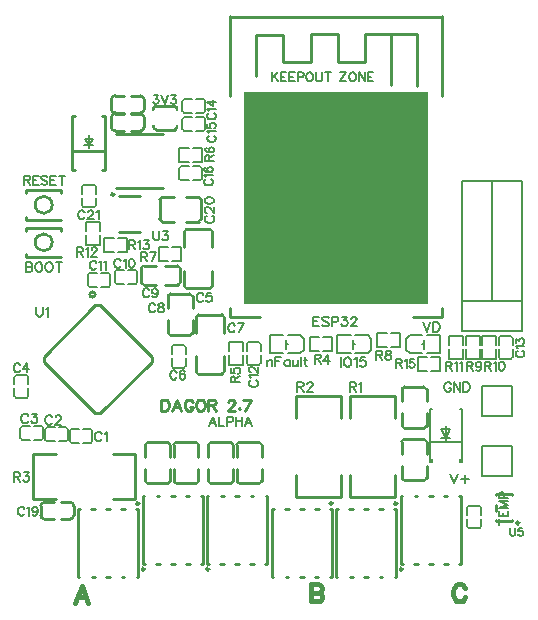
<source format=gto>
G04 Layer: TopSilkscreenLayer*
G04 EasyEDA v6.5.42, 2024-06-19 17:53:58*
G04 0aa094f9eb354ad99160228faad6b286,7c1e8d740ba24e6f83eb2d53d3341807,10*
G04 Gerber Generator version 0.2*
G04 Scale: 100 percent, Rotated: No, Reflected: No *
G04 Dimensions in millimeters *
G04 leading zeros omitted , absolute positions ,4 integer and 5 decimal *
%FSLAX45Y45*%
%MOMM*%

%ADD10C,0.2500*%
%ADD11C,0.2032*%
%ADD12C,0.4000*%
%ADD13C,0.1524*%
%ADD14C,0.2000*%
%ADD15C,0.1520*%
%ADD16C,0.1270*%
%ADD17C,0.1500*%
%ADD18C,0.2540*%
%ADD19C,0.2030*%
%ADD20C,0.2030*%
%ADD21C,0.0124*%

%LPD*%
D10*
X-909320Y-417321D02*
G01*
X-909320Y-512571D01*
X-909320Y-417321D02*
G01*
X-877570Y-417321D01*
X-863854Y-421639D01*
X-854963Y-430784D01*
X-850392Y-439928D01*
X-845820Y-453644D01*
X-845820Y-476250D01*
X-850392Y-489965D01*
X-854963Y-499110D01*
X-863854Y-508000D01*
X-877570Y-512571D01*
X-909320Y-512571D01*
X-779271Y-417321D02*
G01*
X-815847Y-512571D01*
X-779271Y-417321D02*
G01*
X-742950Y-512571D01*
X-802131Y-480821D02*
G01*
X-756665Y-480821D01*
X-644905Y-439928D02*
G01*
X-649478Y-430784D01*
X-658368Y-421639D01*
X-667512Y-417321D01*
X-685800Y-417321D01*
X-694944Y-421639D01*
X-703834Y-430784D01*
X-708405Y-439928D01*
X-712978Y-453644D01*
X-712978Y-476250D01*
X-708405Y-489965D01*
X-703834Y-499110D01*
X-694944Y-508000D01*
X-685800Y-512571D01*
X-667512Y-512571D01*
X-658368Y-508000D01*
X-649478Y-499110D01*
X-644905Y-489965D01*
X-644905Y-476250D01*
X-667512Y-476250D02*
G01*
X-644905Y-476250D01*
X-587502Y-417321D02*
G01*
X-596645Y-421639D01*
X-605789Y-430784D01*
X-610362Y-439928D01*
X-614934Y-453644D01*
X-614934Y-476250D01*
X-610362Y-489965D01*
X-605789Y-499110D01*
X-596645Y-508000D01*
X-587502Y-512571D01*
X-569468Y-512571D01*
X-560323Y-508000D01*
X-551179Y-499110D01*
X-546607Y-489965D01*
X-542036Y-476250D01*
X-542036Y-453644D01*
X-546607Y-439928D01*
X-551179Y-430784D01*
X-560323Y-421639D01*
X-569468Y-417321D01*
X-587502Y-417321D01*
X-512063Y-417321D02*
G01*
X-512063Y-512571D01*
X-512063Y-417321D02*
G01*
X-471170Y-417321D01*
X-457454Y-421639D01*
X-453136Y-426212D01*
X-448563Y-435355D01*
X-448563Y-444500D01*
X-453136Y-453644D01*
X-457454Y-458215D01*
X-471170Y-462534D01*
X-512063Y-462534D01*
X-480313Y-462534D02*
G01*
X-448563Y-512571D01*
X-343915Y-439928D02*
G01*
X-343915Y-435355D01*
X-339344Y-426212D01*
X-334771Y-421639D01*
X-325881Y-417321D01*
X-307594Y-417321D01*
X-298450Y-421639D01*
X-293878Y-426212D01*
X-289305Y-435355D01*
X-289305Y-444500D01*
X-293878Y-453644D01*
X-303021Y-467105D01*
X-348487Y-512571D01*
X-284734Y-512571D01*
X-250189Y-489965D02*
G01*
X-254762Y-494537D01*
X-250189Y-499110D01*
X-245871Y-494537D01*
X-250189Y-489965D01*
X-152145Y-417321D02*
G01*
X-197612Y-512571D01*
X-215645Y-417321D02*
G01*
X-152145Y-417321D01*
D11*
X1543812Y-289052D02*
G01*
X1540002Y-281431D01*
X1532381Y-273812D01*
X1524507Y-269747D01*
X1509013Y-269747D01*
X1501394Y-273812D01*
X1493520Y-281431D01*
X1489710Y-289052D01*
X1485900Y-300736D01*
X1485900Y-320039D01*
X1489710Y-331723D01*
X1493520Y-339344D01*
X1501394Y-347218D01*
X1509013Y-351028D01*
X1524507Y-351028D01*
X1532381Y-347218D01*
X1540002Y-339344D01*
X1543812Y-331723D01*
X1543812Y-320039D01*
X1524507Y-320039D02*
G01*
X1543812Y-320039D01*
X1569465Y-269747D02*
G01*
X1569465Y-351028D01*
X1569465Y-269747D02*
G01*
X1623568Y-351028D01*
X1623568Y-269747D02*
G01*
X1623568Y-351028D01*
X1648968Y-269747D02*
G01*
X1648968Y-351028D01*
X1648968Y-269747D02*
G01*
X1675892Y-269747D01*
X1687576Y-273812D01*
X1695195Y-281431D01*
X1699260Y-289052D01*
X1703070Y-300736D01*
X1703070Y-320039D01*
X1699260Y-331723D01*
X1695195Y-339344D01*
X1687576Y-347218D01*
X1675892Y-351028D01*
X1648968Y-351028D01*
X-2057400Y746252D02*
G01*
X-2057400Y664971D01*
X-2057400Y746252D02*
G01*
X-2022602Y746252D01*
X-2010918Y742187D01*
X-2007107Y738378D01*
X-2003297Y730757D01*
X-2003297Y722884D01*
X-2007107Y715263D01*
X-2010918Y711454D01*
X-2022602Y707644D01*
X-2057400Y707644D02*
G01*
X-2022602Y707644D01*
X-2010918Y703579D01*
X-2007107Y699770D01*
X-2003297Y692150D01*
X-2003297Y680465D01*
X-2007107Y672845D01*
X-2010918Y668781D01*
X-2022602Y664971D01*
X-2057400Y664971D01*
X-1954529Y746252D02*
G01*
X-1962404Y742187D01*
X-1970023Y734568D01*
X-1973834Y726947D01*
X-1977897Y715263D01*
X-1977897Y695960D01*
X-1973834Y684276D01*
X-1970023Y676655D01*
X-1962404Y668781D01*
X-1954529Y664971D01*
X-1939289Y664971D01*
X-1931415Y668781D01*
X-1923795Y676655D01*
X-1919731Y684276D01*
X-1915921Y695960D01*
X-1915921Y715263D01*
X-1919731Y726947D01*
X-1923795Y734568D01*
X-1931415Y742187D01*
X-1939289Y746252D01*
X-1954529Y746252D01*
X-1867407Y746252D02*
G01*
X-1875028Y742187D01*
X-1882647Y734568D01*
X-1886712Y726947D01*
X-1890521Y715263D01*
X-1890521Y695960D01*
X-1886712Y684276D01*
X-1882647Y676655D01*
X-1875028Y668781D01*
X-1867407Y664971D01*
X-1851913Y664971D01*
X-1844039Y668781D01*
X-1836420Y676655D01*
X-1832610Y684276D01*
X-1828545Y695960D01*
X-1828545Y715263D01*
X-1832610Y726947D01*
X-1836420Y734568D01*
X-1844039Y742187D01*
X-1851913Y746252D01*
X-1867407Y746252D01*
X-1776221Y746252D02*
G01*
X-1776221Y664971D01*
X-1803145Y746252D02*
G01*
X-1749044Y746252D01*
X611911Y-58737D02*
G01*
X611911Y-140017D01*
X660679Y-58737D02*
G01*
X652805Y-62801D01*
X645185Y-70421D01*
X641375Y-78041D01*
X637311Y-89725D01*
X637311Y-109029D01*
X641375Y-120713D01*
X645185Y-128333D01*
X652805Y-136207D01*
X660679Y-140017D01*
X676173Y-140017D01*
X683793Y-136207D01*
X691413Y-128333D01*
X695477Y-120713D01*
X699287Y-109029D01*
X699287Y-89725D01*
X695477Y-78041D01*
X691413Y-70421D01*
X683793Y-62801D01*
X676173Y-58737D01*
X660679Y-58737D01*
X724687Y-74231D02*
G01*
X732561Y-70421D01*
X743991Y-58737D01*
X743991Y-140017D01*
X815873Y-58737D02*
G01*
X777265Y-58737D01*
X773455Y-93535D01*
X777265Y-89725D01*
X788949Y-85915D01*
X800379Y-85915D01*
X812063Y-89725D01*
X819683Y-97345D01*
X823747Y-109029D01*
X823747Y-116649D01*
X819683Y-128333D01*
X812063Y-136207D01*
X800379Y-140017D01*
X788949Y-140017D01*
X777265Y-136207D01*
X773455Y-132143D01*
X769645Y-124523D01*
X1307719Y238569D02*
G01*
X1338706Y157289D01*
X1369440Y238569D02*
G01*
X1338706Y157289D01*
X1395095Y238569D02*
G01*
X1395095Y157289D01*
X1395095Y238569D02*
G01*
X1422019Y238569D01*
X1433703Y234505D01*
X1441322Y226885D01*
X1445387Y219265D01*
X1449196Y207581D01*
X1449196Y188277D01*
X1445387Y176593D01*
X1441322Y168973D01*
X1433703Y161099D01*
X1422019Y157289D01*
X1395095Y157289D01*
X-12700Y-81026D02*
G01*
X-12700Y-135128D01*
X-12700Y-96520D02*
G01*
X-1015Y-84836D01*
X6604Y-81026D01*
X18287Y-81026D01*
X25907Y-84836D01*
X29718Y-96520D01*
X29718Y-135128D01*
X55371Y-53847D02*
G01*
X55371Y-135128D01*
X55371Y-53847D02*
G01*
X105410Y-53847D01*
X55371Y-92455D02*
G01*
X86105Y-92455D01*
X177292Y-81026D02*
G01*
X177292Y-135128D01*
X177292Y-92455D02*
G01*
X169671Y-84836D01*
X162052Y-81026D01*
X150368Y-81026D01*
X142494Y-84836D01*
X134873Y-92455D01*
X131063Y-104139D01*
X131063Y-111760D01*
X134873Y-123444D01*
X142494Y-131318D01*
X150368Y-135128D01*
X162052Y-135128D01*
X169671Y-131318D01*
X177292Y-123444D01*
X202945Y-81026D02*
G01*
X202945Y-119634D01*
X206755Y-131318D01*
X214376Y-135128D01*
X226060Y-135128D01*
X233679Y-131318D01*
X245363Y-119634D01*
X245363Y-81026D02*
G01*
X245363Y-135128D01*
X270763Y-53847D02*
G01*
X270763Y-135128D01*
X308102Y-53847D02*
G01*
X308102Y-119634D01*
X311912Y-131318D01*
X319531Y-135128D01*
X327405Y-135128D01*
X296418Y-81026D02*
G01*
X323342Y-81026D01*
X1948535Y-1455293D02*
G01*
X2024989Y-1455293D01*
X1948535Y-1480693D02*
G01*
X1948535Y-1429893D01*
X1948535Y-1405762D02*
G01*
X2024989Y-1405762D01*
X1948535Y-1405762D02*
G01*
X1948535Y-1358519D01*
X1984857Y-1405762D02*
G01*
X1984857Y-1376806D01*
X2024989Y-1405762D02*
G01*
X2024989Y-1358519D01*
X1948535Y-1334388D02*
G01*
X2024989Y-1334388D01*
X1948535Y-1334388D02*
G01*
X2024989Y-1305432D01*
X1948535Y-1276222D02*
G01*
X2024989Y-1305432D01*
X1948535Y-1276222D02*
G01*
X2024989Y-1276222D01*
X1948535Y-1252346D02*
G01*
X2024989Y-1252346D01*
X1948535Y-1252346D02*
G01*
X1948535Y-1219580D01*
X1952091Y-1208659D01*
X1955901Y-1205103D01*
X1963013Y-1201546D01*
X1973935Y-1201546D01*
X1981301Y-1205103D01*
X1984857Y-1208659D01*
X1988667Y-1219580D01*
X1988667Y-1252346D01*
X-2070100Y1477771D02*
G01*
X-2070100Y1401318D01*
X-2070100Y1477771D02*
G01*
X-2037334Y1477771D01*
X-2026412Y1474215D01*
X-2022855Y1470405D01*
X-2019300Y1463294D01*
X-2019300Y1455928D01*
X-2022855Y1448562D01*
X-2026412Y1445005D01*
X-2037334Y1441450D01*
X-2070100Y1441450D01*
X-2044700Y1441450D02*
G01*
X-2019300Y1401318D01*
X-1995170Y1477771D02*
G01*
X-1995170Y1401318D01*
X-1995170Y1477771D02*
G01*
X-1947926Y1477771D01*
X-1995170Y1441450D02*
G01*
X-1966213Y1441450D01*
X-1995170Y1401318D02*
G01*
X-1947926Y1401318D01*
X-1872995Y1466850D02*
G01*
X-1880362Y1474215D01*
X-1891284Y1477771D01*
X-1905762Y1477771D01*
X-1916684Y1474215D01*
X-1923795Y1466850D01*
X-1923795Y1459484D01*
X-1920239Y1452371D01*
X-1916684Y1448562D01*
X-1909318Y1445005D01*
X-1887473Y1437639D01*
X-1880362Y1434084D01*
X-1876552Y1430528D01*
X-1872995Y1423162D01*
X-1872995Y1412239D01*
X-1880362Y1404873D01*
X-1891284Y1401318D01*
X-1905762Y1401318D01*
X-1916684Y1404873D01*
X-1923795Y1412239D01*
X-1849120Y1477771D02*
G01*
X-1849120Y1401318D01*
X-1849120Y1477771D02*
G01*
X-1801621Y1477771D01*
X-1849120Y1441450D02*
G01*
X-1819910Y1441450D01*
X-1849120Y1401318D02*
G01*
X-1801621Y1401318D01*
X-1752345Y1477771D02*
G01*
X-1752345Y1401318D01*
X-1777745Y1477771D02*
G01*
X-1726945Y1477771D01*
D12*
X-1583689Y-1994915D02*
G01*
X-1638300Y-2138171D01*
X-1583689Y-1994915D02*
G01*
X-1529334Y-2138171D01*
X-1617726Y-2090420D02*
G01*
X-1549654Y-2090420D01*
X355600Y-1982215D02*
G01*
X355600Y-2125471D01*
X355600Y-1982215D02*
G01*
X417068Y-1982215D01*
X437387Y-1989073D01*
X444245Y-1995931D01*
X451104Y-2009394D01*
X451104Y-2023110D01*
X444245Y-2036826D01*
X437387Y-2043684D01*
X417068Y-2050542D01*
X355600Y-2050542D02*
G01*
X417068Y-2050542D01*
X437387Y-2057145D01*
X444245Y-2064004D01*
X451104Y-2077720D01*
X451104Y-2098039D01*
X444245Y-2111755D01*
X437387Y-2118613D01*
X417068Y-2125471D01*
X355600Y-2125471D01*
X1664462Y-2016252D02*
G01*
X1657604Y-2002789D01*
X1643887Y-1989073D01*
X1630171Y-1982215D01*
X1602994Y-1982215D01*
X1589278Y-1989073D01*
X1575815Y-2002789D01*
X1568957Y-2016252D01*
X1562100Y-2036826D01*
X1562100Y-2070862D01*
X1568957Y-2091436D01*
X1575815Y-2104897D01*
X1589278Y-2118613D01*
X1602994Y-2125471D01*
X1630171Y-2125471D01*
X1643887Y-2118613D01*
X1657604Y-2104897D01*
X1664462Y-2091436D01*
D13*
X-971042Y2158492D02*
G01*
X-933704Y2158492D01*
X-954023Y2131313D01*
X-943863Y2131313D01*
X-937005Y2127757D01*
X-933704Y2124455D01*
X-930147Y2114042D01*
X-930147Y2107437D01*
X-933704Y2097023D01*
X-940307Y2090420D01*
X-950721Y2086863D01*
X-960881Y2086863D01*
X-971042Y2090420D01*
X-974597Y2093721D01*
X-977900Y2100579D01*
X-907795Y2158492D02*
G01*
X-880363Y2086863D01*
X-853186Y2158492D02*
G01*
X-880363Y2086863D01*
X-823721Y2158492D02*
G01*
X-786384Y2158492D01*
X-806704Y2131313D01*
X-796544Y2131313D01*
X-789686Y2127757D01*
X-786384Y2124455D01*
X-782828Y2114042D01*
X-782828Y2107437D01*
X-786384Y2097023D01*
X-793242Y2090420D01*
X-803402Y2086863D01*
X-813562Y2086863D01*
X-823721Y2090420D01*
X-827278Y2093721D01*
X-830579Y2100579D01*
D11*
X1536700Y-1044447D02*
G01*
X1567687Y-1125728D01*
X1598421Y-1044447D02*
G01*
X1567687Y-1125728D01*
X1658873Y-1056131D02*
G01*
X1658873Y-1125728D01*
X1624076Y-1090929D02*
G01*
X1693671Y-1090929D01*
D14*
X-473786Y-564324D02*
G01*
X-502996Y-640778D01*
X-473786Y-564324D02*
G01*
X-444830Y-640778D01*
X-492074Y-615378D02*
G01*
X-455752Y-615378D01*
X-420700Y-564324D02*
G01*
X-420700Y-640778D01*
X-420700Y-640778D02*
G01*
X-377266Y-640778D01*
X-353136Y-564324D02*
G01*
X-353136Y-640778D01*
X-353136Y-564324D02*
G01*
X-320370Y-564324D01*
X-309448Y-567880D01*
X-305892Y-571690D01*
X-302336Y-578802D01*
X-302336Y-589724D01*
X-305892Y-597090D01*
X-309448Y-600646D01*
X-320370Y-604456D01*
X-353136Y-604456D01*
X-278206Y-564324D02*
G01*
X-278206Y-640778D01*
X-227406Y-564324D02*
G01*
X-227406Y-640778D01*
X-278206Y-600646D02*
G01*
X-227406Y-600646D01*
X-174320Y-564324D02*
G01*
X-203276Y-640778D01*
X-174320Y-564324D02*
G01*
X-145110Y-640778D01*
X-192354Y-615378D02*
G01*
X-156032Y-615378D01*
D13*
X2110435Y-6362D02*
G01*
X2103577Y-9664D01*
X2096719Y-16522D01*
X2093417Y-23380D01*
X2093417Y-37096D01*
X2096719Y-43954D01*
X2103577Y-50558D01*
X2110435Y-54114D01*
X2120595Y-57416D01*
X2137613Y-57416D01*
X2147773Y-54114D01*
X2154631Y-50558D01*
X2161489Y-43954D01*
X2164791Y-37096D01*
X2164791Y-23380D01*
X2161489Y-16522D01*
X2154631Y-9664D01*
X2147773Y-6362D01*
X2106879Y16243D02*
G01*
X2103577Y22847D01*
X2093417Y33261D01*
X2164791Y33261D01*
X2093417Y62471D02*
G01*
X2093417Y100063D01*
X2120595Y79489D01*
X2120595Y89903D01*
X2123897Y96507D01*
X2127453Y100063D01*
X2137613Y103365D01*
X2144471Y103365D01*
X2154631Y100063D01*
X2161489Y93205D01*
X2164791Y83045D01*
X2164791Y72631D01*
X2161489Y62471D01*
X2158187Y59169D01*
X2151329Y55613D01*
X-2068804Y-1342009D02*
G01*
X-2072614Y-1334643D01*
X-2079726Y-1327277D01*
X-2087092Y-1323720D01*
X-2101570Y-1323720D01*
X-2108936Y-1327277D01*
X-2116048Y-1334643D01*
X-2119858Y-1342009D01*
X-2123414Y-1352930D01*
X-2123414Y-1370964D01*
X-2119858Y-1381887D01*
X-2116048Y-1389253D01*
X-2108936Y-1396619D01*
X-2101570Y-1400175D01*
X-2087092Y-1400175D01*
X-2079726Y-1396619D01*
X-2072614Y-1389253D01*
X-2068804Y-1381887D01*
X-2044928Y-1338198D02*
G01*
X-2037562Y-1334643D01*
X-2026640Y-1323720D01*
X-2026640Y-1400175D01*
X-1955520Y-1349120D02*
G01*
X-1959076Y-1360043D01*
X-1966442Y-1367409D01*
X-1977110Y-1370964D01*
X-1980920Y-1370964D01*
X-1991842Y-1367409D01*
X-1998954Y-1360043D01*
X-2002764Y-1349120D01*
X-2002764Y-1345564D01*
X-1998954Y-1334643D01*
X-1991842Y-1327277D01*
X-1980920Y-1323720D01*
X-1977110Y-1323720D01*
X-1966442Y-1327277D01*
X-1959076Y-1334643D01*
X-1955520Y-1349120D01*
X-1955520Y-1367409D01*
X-1959076Y-1385696D01*
X-1966442Y-1396619D01*
X-1977110Y-1400175D01*
X-1984476Y-1400175D01*
X-1995398Y-1396619D01*
X-1998954Y-1389253D01*
X685800Y-269747D02*
G01*
X685800Y-351028D01*
X685800Y-269747D02*
G01*
X720597Y-269747D01*
X732281Y-273812D01*
X736092Y-277621D01*
X739902Y-285242D01*
X739902Y-293115D01*
X736092Y-300736D01*
X732281Y-304545D01*
X720597Y-308355D01*
X685800Y-308355D01*
X712723Y-308355D02*
G01*
X739902Y-351028D01*
X765302Y-285242D02*
G01*
X773176Y-281431D01*
X784605Y-269747D01*
X784605Y-351028D01*
X241300Y-269747D02*
G01*
X241300Y-351028D01*
X241300Y-269747D02*
G01*
X276097Y-269747D01*
X287781Y-273812D01*
X291592Y-277621D01*
X295402Y-285242D01*
X295402Y-293115D01*
X291592Y-300736D01*
X287781Y-304545D01*
X276097Y-308355D01*
X241300Y-308355D01*
X268223Y-308355D02*
G01*
X295402Y-351028D01*
X324865Y-289052D02*
G01*
X324865Y-285242D01*
X328676Y-277621D01*
X332486Y-273812D01*
X340105Y-269747D01*
X355600Y-269747D01*
X363473Y-273812D01*
X367284Y-277621D01*
X371094Y-285242D01*
X371094Y-293115D01*
X367284Y-300736D01*
X359410Y-312420D01*
X320802Y-351028D01*
X374904Y-351028D01*
X-2159000Y-1031747D02*
G01*
X-2159000Y-1113028D01*
X-2159000Y-1031747D02*
G01*
X-2124202Y-1031747D01*
X-2112518Y-1035812D01*
X-2108707Y-1039621D01*
X-2104897Y-1047242D01*
X-2104897Y-1055115D01*
X-2108707Y-1062736D01*
X-2112518Y-1066545D01*
X-2124202Y-1070355D01*
X-2159000Y-1070355D01*
X-2132076Y-1070355D02*
G01*
X-2104897Y-1113028D01*
X-2071623Y-1031747D02*
G01*
X-2029205Y-1031747D01*
X-2052320Y-1062736D01*
X-2040889Y-1062736D01*
X-2033015Y-1066545D01*
X-2029205Y-1070355D01*
X-2025395Y-1082039D01*
X-2025395Y-1089660D01*
X-2029205Y-1101344D01*
X-2036826Y-1109218D01*
X-2048510Y-1113028D01*
X-2060194Y-1113028D01*
X-2071623Y-1109218D01*
X-2075434Y-1105154D01*
X-2079497Y-1097534D01*
X-977900Y1007871D02*
G01*
X-977900Y953262D01*
X-974344Y942339D01*
X-966978Y934973D01*
X-956055Y931418D01*
X-948689Y931418D01*
X-938021Y934973D01*
X-930655Y942339D01*
X-927100Y953262D01*
X-927100Y1007871D01*
X-895604Y1007871D02*
G01*
X-855726Y1007871D01*
X-877570Y978662D01*
X-866647Y978662D01*
X-859281Y975105D01*
X-855726Y971550D01*
X-852170Y960628D01*
X-852170Y953262D01*
X-855726Y942339D01*
X-863092Y934973D01*
X-874013Y931418D01*
X-884936Y931418D01*
X-895604Y934973D01*
X-899413Y938784D01*
X-902970Y945895D01*
X2044700Y-1504187D02*
G01*
X2044700Y-1551939D01*
X2048002Y-1561337D01*
X2054352Y-1567687D01*
X2063750Y-1570989D01*
X2070100Y-1570989D01*
X2079752Y-1567687D01*
X2086102Y-1561337D01*
X2089150Y-1551939D01*
X2089150Y-1504187D01*
X2148331Y-1504187D02*
G01*
X2116581Y-1504187D01*
X2113534Y-1532889D01*
X2116581Y-1529587D01*
X2126234Y-1526539D01*
X2135631Y-1526539D01*
X2145284Y-1529587D01*
X2151634Y-1535937D01*
X2154681Y-1545589D01*
X2154681Y-1551939D01*
X2151634Y-1561337D01*
X2145284Y-1567687D01*
X2135631Y-1570989D01*
X2126234Y-1570989D01*
X2116581Y-1567687D01*
X2113534Y-1564639D01*
X2110231Y-1558289D01*
X1676400Y-97015D02*
G01*
X1676400Y-173469D01*
X1676400Y-97015D02*
G01*
X1709165Y-97015D01*
X1720087Y-100571D01*
X1723644Y-104381D01*
X1727200Y-111493D01*
X1727200Y-118859D01*
X1723644Y-126225D01*
X1720087Y-129781D01*
X1709165Y-133337D01*
X1676400Y-133337D01*
X1701800Y-133337D02*
G01*
X1727200Y-173469D01*
X1798573Y-122415D02*
G01*
X1795018Y-133337D01*
X1787652Y-140703D01*
X1776729Y-144259D01*
X1773173Y-144259D01*
X1762252Y-140703D01*
X1754886Y-133337D01*
X1751329Y-122415D01*
X1751329Y-118859D01*
X1754886Y-107937D01*
X1762252Y-100571D01*
X1773173Y-97015D01*
X1776729Y-97015D01*
X1787652Y-100571D01*
X1795018Y-107937D01*
X1798573Y-122415D01*
X1798573Y-140703D01*
X1795018Y-158991D01*
X1787652Y-169913D01*
X1776729Y-173469D01*
X1769363Y-173469D01*
X1758695Y-169913D01*
X1754886Y-162547D01*
X-961389Y379984D02*
G01*
X-965200Y387350D01*
X-972312Y394715D01*
X-979678Y398271D01*
X-994155Y398271D01*
X-1001521Y394715D01*
X-1008634Y387350D01*
X-1012444Y379984D01*
X-1016000Y369062D01*
X-1016000Y351028D01*
X-1012444Y340105D01*
X-1008634Y332739D01*
X-1001521Y325373D01*
X-994155Y321818D01*
X-979678Y321818D01*
X-972312Y325373D01*
X-965200Y332739D01*
X-961389Y340105D01*
X-919226Y398271D02*
G01*
X-930147Y394715D01*
X-933704Y387350D01*
X-933704Y379984D01*
X-930147Y372871D01*
X-923036Y369062D01*
X-908304Y365505D01*
X-897381Y361950D01*
X-890270Y354584D01*
X-886460Y347218D01*
X-886460Y336295D01*
X-890270Y329184D01*
X-893826Y325373D01*
X-904747Y321818D01*
X-919226Y321818D01*
X-930147Y325373D01*
X-933704Y329184D01*
X-937513Y336295D01*
X-937513Y347218D01*
X-933704Y354584D01*
X-926592Y361950D01*
X-915670Y365505D01*
X-901192Y369062D01*
X-893826Y372871D01*
X-890270Y379984D01*
X-890270Y387350D01*
X-893826Y394715D01*
X-904747Y398271D01*
X-919226Y398271D01*
D11*
X378647Y285290D02*
G01*
X378647Y204010D01*
X378647Y285290D02*
G01*
X428939Y285290D01*
X378647Y246682D02*
G01*
X409635Y246682D01*
X378647Y204010D02*
G01*
X428939Y204010D01*
X508441Y273606D02*
G01*
X500821Y281226D01*
X489137Y285290D01*
X473643Y285290D01*
X462213Y281226D01*
X454339Y273606D01*
X454339Y265986D01*
X458149Y258112D01*
X462213Y254302D01*
X469833Y250492D01*
X492947Y242618D01*
X500821Y238808D01*
X504631Y234998D01*
X508441Y227378D01*
X508441Y215694D01*
X500821Y207820D01*
X489137Y204010D01*
X473643Y204010D01*
X462213Y207820D01*
X454339Y215694D01*
X533841Y285290D02*
G01*
X533841Y204010D01*
X533841Y285290D02*
G01*
X568639Y285290D01*
X580323Y281226D01*
X584133Y277416D01*
X587943Y269796D01*
X587943Y258112D01*
X584133Y250492D01*
X580323Y246682D01*
X568639Y242618D01*
X533841Y242618D01*
X621217Y285290D02*
G01*
X663889Y285290D01*
X640521Y254302D01*
X652205Y254302D01*
X659825Y250492D01*
X663889Y246682D01*
X667699Y234998D01*
X667699Y227378D01*
X663889Y215694D01*
X656015Y207820D01*
X644585Y204010D01*
X632901Y204010D01*
X621217Y207820D01*
X617407Y211884D01*
X613597Y219504D01*
X696909Y265986D02*
G01*
X696909Y269796D01*
X700973Y277416D01*
X704783Y281226D01*
X712403Y285290D01*
X727897Y285290D01*
X735771Y281226D01*
X739581Y277416D01*
X743391Y269796D01*
X743391Y261922D01*
X739581Y254302D01*
X731707Y242618D01*
X693099Y204010D01*
X747201Y204010D01*
X26415Y2354326D02*
G01*
X26415Y2277871D01*
X77215Y2354326D02*
G01*
X26415Y2303271D01*
X44450Y2321560D02*
G01*
X77215Y2277871D01*
X101092Y2354326D02*
G01*
X101092Y2277871D01*
X101092Y2354326D02*
G01*
X148589Y2354326D01*
X101092Y2318004D02*
G01*
X130302Y2318004D01*
X101092Y2277871D02*
G01*
X148589Y2277871D01*
X172465Y2354326D02*
G01*
X172465Y2277871D01*
X172465Y2354326D02*
G01*
X219710Y2354326D01*
X172465Y2318004D02*
G01*
X201676Y2318004D01*
X172465Y2277871D02*
G01*
X219710Y2277871D01*
X243839Y2354326D02*
G01*
X243839Y2277871D01*
X243839Y2354326D02*
G01*
X276352Y2354326D01*
X287273Y2350770D01*
X291084Y2346960D01*
X294639Y2339847D01*
X294639Y2328926D01*
X291084Y2321560D01*
X287273Y2318004D01*
X276352Y2314194D01*
X243839Y2314194D01*
X340360Y2354326D02*
G01*
X333247Y2350770D01*
X325881Y2343404D01*
X322326Y2336037D01*
X318770Y2325115D01*
X318770Y2307081D01*
X322326Y2296160D01*
X325881Y2288794D01*
X333247Y2281428D01*
X340360Y2277871D01*
X355092Y2277871D01*
X362204Y2281428D01*
X369570Y2288794D01*
X373126Y2296160D01*
X376936Y2307081D01*
X376936Y2325115D01*
X373126Y2336037D01*
X369570Y2343404D01*
X362204Y2350770D01*
X355092Y2354326D01*
X340360Y2354326D01*
X400812Y2354326D02*
G01*
X400812Y2299715D01*
X404368Y2288794D01*
X411734Y2281428D01*
X422655Y2277871D01*
X430021Y2277871D01*
X440944Y2281428D01*
X448055Y2288794D01*
X451865Y2299715D01*
X451865Y2354326D01*
X501142Y2354326D02*
G01*
X501142Y2277871D01*
X475742Y2354326D02*
G01*
X526542Y2354326D01*
X657605Y2354326D02*
G01*
X606552Y2277871D01*
X606552Y2354326D02*
G01*
X657605Y2354326D01*
X606552Y2277871D02*
G01*
X657605Y2277871D01*
X703326Y2354326D02*
G01*
X696213Y2350770D01*
X688847Y2343404D01*
X685292Y2336037D01*
X681481Y2325115D01*
X681481Y2307081D01*
X685292Y2296160D01*
X688847Y2288794D01*
X696213Y2281428D01*
X703326Y2277871D01*
X717804Y2277871D01*
X725170Y2281428D01*
X732536Y2288794D01*
X736092Y2296160D01*
X739647Y2307081D01*
X739647Y2325115D01*
X736092Y2336037D01*
X732536Y2343404D01*
X725170Y2350770D01*
X717804Y2354326D01*
X703326Y2354326D01*
X763778Y2354326D02*
G01*
X763778Y2277871D01*
X763778Y2354326D02*
G01*
X814578Y2277871D01*
X814578Y2354326D02*
G01*
X814578Y2277871D01*
X838707Y2354326D02*
G01*
X838707Y2277871D01*
X838707Y2354326D02*
G01*
X885952Y2354326D01*
X838707Y2318004D02*
G01*
X867663Y2318004D01*
X838707Y2277871D02*
G01*
X885952Y2277871D01*
D13*
X1498498Y-97053D02*
G01*
X1498498Y-173507D01*
X1498498Y-97053D02*
G01*
X1531264Y-97053D01*
X1542186Y-100609D01*
X1545996Y-104419D01*
X1549552Y-111531D01*
X1549552Y-118897D01*
X1545996Y-126263D01*
X1542186Y-129819D01*
X1531264Y-133375D01*
X1498498Y-133375D01*
X1524152Y-133375D02*
G01*
X1549552Y-173507D01*
X1573428Y-111531D02*
G01*
X1580794Y-107975D01*
X1591716Y-97053D01*
X1591716Y-173507D01*
X1615592Y-111531D02*
G01*
X1622958Y-107975D01*
X1633880Y-97053D01*
X1633880Y-173507D01*
X-149072Y-255117D02*
G01*
X-156438Y-258673D01*
X-163804Y-266039D01*
X-167360Y-273405D01*
X-167360Y-287883D01*
X-163804Y-295249D01*
X-156438Y-302361D01*
X-149072Y-306171D01*
X-138150Y-309727D01*
X-120116Y-309727D01*
X-109194Y-306171D01*
X-101828Y-302361D01*
X-94462Y-295249D01*
X-90906Y-287883D01*
X-90906Y-273405D01*
X-94462Y-266039D01*
X-101828Y-258673D01*
X-109194Y-255117D01*
X-152882Y-231241D02*
G01*
X-156438Y-223875D01*
X-167360Y-212953D01*
X-90906Y-212953D01*
X-149072Y-185267D02*
G01*
X-152882Y-185267D01*
X-159994Y-181711D01*
X-163804Y-178155D01*
X-167360Y-170789D01*
X-167360Y-156311D01*
X-163804Y-148945D01*
X-159994Y-145389D01*
X-152882Y-141579D01*
X-145516Y-141579D01*
X-138150Y-145389D01*
X-127228Y-152501D01*
X-90906Y-189077D01*
X-90906Y-138023D01*
X-1558251Y1167384D02*
G01*
X-1562061Y1174750D01*
X-1569173Y1182115D01*
X-1576539Y1185671D01*
X-1591017Y1185671D01*
X-1598383Y1182115D01*
X-1605495Y1174750D01*
X-1609305Y1167384D01*
X-1612861Y1156462D01*
X-1612861Y1138428D01*
X-1609305Y1127505D01*
X-1605495Y1120139D01*
X-1598383Y1112773D01*
X-1591017Y1109218D01*
X-1576539Y1109218D01*
X-1569173Y1112773D01*
X-1562061Y1120139D01*
X-1558251Y1127505D01*
X-1530565Y1167384D02*
G01*
X-1530565Y1171194D01*
X-1527009Y1178305D01*
X-1523453Y1182115D01*
X-1516087Y1185671D01*
X-1501609Y1185671D01*
X-1494243Y1182115D01*
X-1490687Y1178305D01*
X-1487131Y1171194D01*
X-1487131Y1163828D01*
X-1490687Y1156462D01*
X-1498053Y1145539D01*
X-1534375Y1109218D01*
X-1483321Y1109218D01*
X-1459445Y1171194D02*
G01*
X-1452079Y1174750D01*
X-1441157Y1185671D01*
X-1441157Y1109218D01*
X-1181206Y931638D02*
G01*
X-1181206Y855184D01*
X-1181206Y931638D02*
G01*
X-1148440Y931638D01*
X-1137518Y928082D01*
X-1133708Y924272D01*
X-1130152Y917160D01*
X-1130152Y909794D01*
X-1133708Y902428D01*
X-1137518Y898872D01*
X-1148440Y895316D01*
X-1181206Y895316D01*
X-1155552Y895316D02*
G01*
X-1130152Y855184D01*
X-1106276Y917160D02*
G01*
X-1098910Y920716D01*
X-1087988Y931638D01*
X-1087988Y855184D01*
X-1056746Y931638D02*
G01*
X-1016614Y931638D01*
X-1038458Y902428D01*
X-1027536Y902428D01*
X-1020424Y898872D01*
X-1016614Y895316D01*
X-1013058Y884394D01*
X-1013058Y877028D01*
X-1016614Y866106D01*
X-1023980Y858994D01*
X-1034902Y855184D01*
X-1045824Y855184D01*
X-1056746Y858994D01*
X-1060302Y862550D01*
X-1064112Y869916D01*
X-1620702Y870742D02*
G01*
X-1620702Y794288D01*
X-1620702Y870742D02*
G01*
X-1587936Y870742D01*
X-1577014Y867186D01*
X-1573204Y863376D01*
X-1569648Y856264D01*
X-1569648Y848898D01*
X-1573204Y841532D01*
X-1577014Y837976D01*
X-1587936Y834420D01*
X-1620702Y834420D01*
X-1595048Y834420D02*
G01*
X-1569648Y794288D01*
X-1545772Y856264D02*
G01*
X-1538406Y859820D01*
X-1527484Y870742D01*
X-1527484Y794288D01*
X-1499798Y852454D02*
G01*
X-1499798Y856264D01*
X-1496242Y863376D01*
X-1492686Y867186D01*
X-1485320Y870742D01*
X-1470842Y870742D01*
X-1463476Y867186D01*
X-1459920Y863376D01*
X-1456110Y856264D01*
X-1456110Y848898D01*
X-1459920Y841532D01*
X-1467032Y830610D01*
X-1503608Y794288D01*
X-1452554Y794288D01*
X-535579Y1605414D02*
G01*
X-463951Y1605414D01*
X-535579Y1605414D02*
G01*
X-535579Y1636148D01*
X-532277Y1646308D01*
X-528721Y1649610D01*
X-521863Y1653166D01*
X-515005Y1653166D01*
X-508401Y1649610D01*
X-504845Y1646308D01*
X-501543Y1636148D01*
X-501543Y1605414D01*
X-501543Y1629290D02*
G01*
X-463951Y1653166D01*
X-525419Y1716666D02*
G01*
X-532277Y1713110D01*
X-535579Y1702950D01*
X-535579Y1696092D01*
X-532277Y1685932D01*
X-521863Y1679074D01*
X-504845Y1675518D01*
X-487827Y1675518D01*
X-474111Y1679074D01*
X-467507Y1685932D01*
X-463951Y1696092D01*
X-463951Y1699394D01*
X-467507Y1709808D01*
X-474111Y1716666D01*
X-484525Y1719968D01*
X-487827Y1719968D01*
X-497987Y1716666D01*
X-504845Y1709808D01*
X-508401Y1699394D01*
X-508401Y1696092D01*
X-504845Y1685932D01*
X-497987Y1679074D01*
X-487827Y1675518D01*
X1828800Y-97015D02*
G01*
X1828800Y-173469D01*
X1828800Y-97015D02*
G01*
X1861565Y-97015D01*
X1872487Y-100571D01*
X1876044Y-104381D01*
X1879600Y-111493D01*
X1879600Y-118859D01*
X1876044Y-126225D01*
X1872487Y-129781D01*
X1861565Y-133337D01*
X1828800Y-133337D01*
X1854200Y-133337D02*
G01*
X1879600Y-173469D01*
X1903729Y-111493D02*
G01*
X1911095Y-107937D01*
X1921763Y-97015D01*
X1921763Y-173469D01*
X1967738Y-97015D02*
G01*
X1956815Y-100571D01*
X1949450Y-111493D01*
X1945893Y-129781D01*
X1945893Y-140703D01*
X1949450Y-158991D01*
X1956815Y-169913D01*
X1967738Y-173469D01*
X1975104Y-173469D01*
X1985772Y-169913D01*
X1993138Y-158991D01*
X1996693Y-140703D01*
X1996693Y-129781D01*
X1993138Y-111493D01*
X1985772Y-100571D01*
X1975104Y-97015D01*
X1967738Y-97015D01*
X1079627Y-76657D02*
G01*
X1079627Y-148285D01*
X1079627Y-76657D02*
G01*
X1110106Y-76657D01*
X1120520Y-80213D01*
X1123822Y-83515D01*
X1127125Y-90373D01*
X1127125Y-97231D01*
X1123822Y-104089D01*
X1120520Y-107391D01*
X1110106Y-110693D01*
X1079627Y-110693D01*
X1103248Y-110693D02*
G01*
X1127125Y-148285D01*
X1149730Y-90373D02*
G01*
X1156588Y-87071D01*
X1166748Y-76657D01*
X1166748Y-148285D01*
X1230248Y-76657D02*
G01*
X1196212Y-76657D01*
X1192656Y-107391D01*
X1196212Y-104089D01*
X1206372Y-100533D01*
X1216532Y-100533D01*
X1226693Y-104089D01*
X1233551Y-110693D01*
X1237106Y-121107D01*
X1237106Y-127965D01*
X1233551Y-138125D01*
X1226693Y-144983D01*
X1216532Y-148285D01*
X1206372Y-148285D01*
X1196212Y-144983D01*
X1192656Y-141427D01*
X1189354Y-134569D01*
X-319735Y-271691D02*
G01*
X-243281Y-271691D01*
X-319735Y-271691D02*
G01*
X-319735Y-238925D01*
X-316179Y-228003D01*
X-312369Y-224193D01*
X-305257Y-220637D01*
X-297891Y-220637D01*
X-290525Y-224193D01*
X-286969Y-228003D01*
X-283413Y-238925D01*
X-283413Y-271691D01*
X-283413Y-246037D02*
G01*
X-243281Y-220637D01*
X-319735Y-153073D02*
G01*
X-319735Y-189395D01*
X-286969Y-192951D01*
X-290525Y-189395D01*
X-294335Y-178473D01*
X-294335Y-167551D01*
X-290525Y-156629D01*
X-283413Y-149517D01*
X-272491Y-145707D01*
X-265125Y-145707D01*
X-254203Y-149517D01*
X-247091Y-156629D01*
X-243281Y-167551D01*
X-243281Y-178473D01*
X-247091Y-189395D01*
X-250647Y-192951D01*
X-258013Y-196761D01*
X-523747Y1137412D02*
G01*
X-531368Y1133602D01*
X-538987Y1125981D01*
X-543052Y1118107D01*
X-543052Y1102613D01*
X-538987Y1094994D01*
X-531368Y1087120D01*
X-523747Y1083310D01*
X-512063Y1079500D01*
X-492760Y1079500D01*
X-481076Y1083310D01*
X-473455Y1087120D01*
X-465581Y1094994D01*
X-461771Y1102613D01*
X-461771Y1118107D01*
X-465581Y1125981D01*
X-473455Y1133602D01*
X-481076Y1137412D01*
X-523747Y1166876D02*
G01*
X-527557Y1166876D01*
X-535178Y1170686D01*
X-538987Y1174495D01*
X-543052Y1182370D01*
X-543052Y1197610D01*
X-538987Y1205484D01*
X-535178Y1209294D01*
X-527557Y1213104D01*
X-519684Y1213104D01*
X-512063Y1209294D01*
X-500379Y1201673D01*
X-461771Y1163065D01*
X-461771Y1217168D01*
X-543052Y1265681D02*
G01*
X-538987Y1254252D01*
X-527557Y1246378D01*
X-508254Y1242568D01*
X-496570Y1242568D01*
X-477265Y1246378D01*
X-465581Y1254252D01*
X-461771Y1265681D01*
X-461771Y1273555D01*
X-465581Y1284986D01*
X-477265Y1292860D01*
X-496570Y1296670D01*
X-508254Y1296670D01*
X-527557Y1292860D01*
X-538987Y1284986D01*
X-543052Y1273555D01*
X-543052Y1265681D01*
X-554989Y468884D02*
G01*
X-558800Y476250D01*
X-565912Y483615D01*
X-573278Y487171D01*
X-587755Y487171D01*
X-595121Y483615D01*
X-602234Y476250D01*
X-606044Y468884D01*
X-609600Y457962D01*
X-609600Y439928D01*
X-606044Y429005D01*
X-602234Y421639D01*
X-595121Y414273D01*
X-587755Y410718D01*
X-573278Y410718D01*
X-565912Y414273D01*
X-558800Y421639D01*
X-554989Y429005D01*
X-487426Y487171D02*
G01*
X-523747Y487171D01*
X-527304Y454405D01*
X-523747Y457962D01*
X-512826Y461771D01*
X-501904Y461771D01*
X-490981Y457962D01*
X-483870Y450850D01*
X-480060Y439928D01*
X-480060Y432562D01*
X-483870Y421639D01*
X-490981Y414273D01*
X-501904Y410718D01*
X-512826Y410718D01*
X-523747Y414273D01*
X-527304Y418084D01*
X-531113Y425195D01*
X-503173Y2006854D02*
G01*
X-510031Y2003552D01*
X-516889Y1996694D01*
X-520192Y1989836D01*
X-520192Y1976373D01*
X-516889Y1969515D01*
X-510031Y1962657D01*
X-503173Y1959102D01*
X-493013Y1955800D01*
X-475742Y1955800D01*
X-465581Y1959102D01*
X-458723Y1962657D01*
X-452120Y1969515D01*
X-448563Y1976373D01*
X-448563Y1989836D01*
X-452120Y1996694D01*
X-458723Y2003552D01*
X-465581Y2006854D01*
X-506476Y2029460D02*
G01*
X-510031Y2036318D01*
X-520192Y2046478D01*
X-448563Y2046478D01*
X-520192Y2103120D02*
G01*
X-472439Y2069084D01*
X-472439Y2120137D01*
X-520192Y2103120D02*
G01*
X-448563Y2103120D01*
X-2104389Y-128015D02*
G01*
X-2108200Y-120650D01*
X-2115312Y-113284D01*
X-2122678Y-109728D01*
X-2137155Y-109728D01*
X-2144521Y-113284D01*
X-2151634Y-120650D01*
X-2155444Y-128015D01*
X-2159000Y-138937D01*
X-2159000Y-156971D01*
X-2155444Y-167894D01*
X-2151634Y-175260D01*
X-2144521Y-182626D01*
X-2137155Y-186181D01*
X-2122678Y-186181D01*
X-2115312Y-182626D01*
X-2108200Y-175260D01*
X-2104389Y-167894D01*
X-2044192Y-109728D02*
G01*
X-2080513Y-160781D01*
X-2025904Y-160781D01*
X-2044192Y-109728D02*
G01*
X-2044192Y-186181D01*
X-528568Y1448061D02*
G01*
X-535426Y1444759D01*
X-542284Y1437901D01*
X-545586Y1431043D01*
X-545586Y1417581D01*
X-542284Y1410723D01*
X-535426Y1403865D01*
X-528568Y1400309D01*
X-518408Y1397007D01*
X-501136Y1397007D01*
X-490976Y1400309D01*
X-484118Y1403865D01*
X-477514Y1410723D01*
X-473958Y1417581D01*
X-473958Y1431043D01*
X-477514Y1437901D01*
X-484118Y1444759D01*
X-490976Y1448061D01*
X-531870Y1470667D02*
G01*
X-535426Y1477525D01*
X-545586Y1487685D01*
X-473958Y1487685D01*
X-535426Y1551185D02*
G01*
X-542284Y1547629D01*
X-545586Y1537469D01*
X-545586Y1530611D01*
X-542284Y1520451D01*
X-531870Y1513593D01*
X-514852Y1510291D01*
X-497834Y1510291D01*
X-484118Y1513593D01*
X-477514Y1520451D01*
X-473958Y1530611D01*
X-473958Y1534167D01*
X-477514Y1544327D01*
X-484118Y1551185D01*
X-494532Y1554487D01*
X-497834Y1554487D01*
X-507994Y1551185D01*
X-514852Y1544327D01*
X-518408Y1534167D01*
X-518408Y1530611D01*
X-514852Y1520451D01*
X-507994Y1513593D01*
X-497834Y1510291D01*
X-503173Y1816354D02*
G01*
X-510031Y1813052D01*
X-516889Y1806194D01*
X-520192Y1799336D01*
X-520192Y1785873D01*
X-516889Y1779015D01*
X-510031Y1772157D01*
X-503173Y1768602D01*
X-493013Y1765300D01*
X-475742Y1765300D01*
X-465581Y1768602D01*
X-458723Y1772157D01*
X-452120Y1779015D01*
X-448563Y1785873D01*
X-448563Y1799336D01*
X-452120Y1806194D01*
X-458723Y1813052D01*
X-465581Y1816354D01*
X-506476Y1838960D02*
G01*
X-510031Y1845818D01*
X-520192Y1855978D01*
X-448563Y1855978D01*
X-520192Y1919478D02*
G01*
X-520192Y1885187D01*
X-489457Y1881886D01*
X-493013Y1885187D01*
X-496315Y1895602D01*
X-496315Y1905762D01*
X-493013Y1915921D01*
X-486155Y1922779D01*
X-475742Y1926336D01*
X-469137Y1926336D01*
X-458723Y1922779D01*
X-452120Y1915921D01*
X-448563Y1905762D01*
X-448563Y1895602D01*
X-452120Y1885187D01*
X-455421Y1881886D01*
X-462279Y1878584D01*
X-285978Y209994D02*
G01*
X-289788Y217360D01*
X-296900Y224726D01*
X-304266Y228282D01*
X-318744Y228282D01*
X-326110Y224726D01*
X-333222Y217360D01*
X-337032Y209994D01*
X-340588Y199072D01*
X-340588Y181038D01*
X-337032Y170116D01*
X-333222Y162750D01*
X-326110Y155384D01*
X-318744Y151828D01*
X-304266Y151828D01*
X-296900Y155384D01*
X-289788Y162750D01*
X-285978Y170116D01*
X-211048Y228282D02*
G01*
X-247624Y151828D01*
X-262102Y228282D02*
G01*
X-211048Y228282D01*
X-1415338Y-708152D02*
G01*
X-1419148Y-700531D01*
X-1426768Y-692912D01*
X-1434642Y-688847D01*
X-1450136Y-688847D01*
X-1457756Y-692912D01*
X-1465376Y-700531D01*
X-1469440Y-708152D01*
X-1473250Y-719836D01*
X-1473250Y-739139D01*
X-1469440Y-750823D01*
X-1465376Y-758444D01*
X-1457756Y-766318D01*
X-1450136Y-770128D01*
X-1434642Y-770128D01*
X-1426768Y-766318D01*
X-1419148Y-758444D01*
X-1415338Y-750823D01*
X-1389684Y-704342D02*
G01*
X-1382064Y-700531D01*
X-1370380Y-688847D01*
X-1370380Y-770128D01*
X-1834362Y-568452D02*
G01*
X-1838172Y-560831D01*
X-1846046Y-553212D01*
X-1853666Y-549147D01*
X-1869160Y-549147D01*
X-1876780Y-553212D01*
X-1884654Y-560831D01*
X-1888464Y-568452D01*
X-1892274Y-580136D01*
X-1892274Y-599439D01*
X-1888464Y-611123D01*
X-1884654Y-618744D01*
X-1876780Y-626618D01*
X-1869160Y-630428D01*
X-1853666Y-630428D01*
X-1846046Y-626618D01*
X-1838172Y-618744D01*
X-1834362Y-611123D01*
X-1804898Y-568452D02*
G01*
X-1804898Y-564642D01*
X-1801088Y-557021D01*
X-1797278Y-553212D01*
X-1789404Y-549147D01*
X-1774164Y-549147D01*
X-1766290Y-553212D01*
X-1762480Y-557021D01*
X-1758670Y-564642D01*
X-1758670Y-572515D01*
X-1762480Y-580136D01*
X-1770100Y-591820D01*
X-1808962Y-630428D01*
X-1754860Y-630428D01*
X-2037499Y-555752D02*
G01*
X-2041309Y-548131D01*
X-2049183Y-540512D01*
X-2056803Y-536447D01*
X-2072297Y-536447D01*
X-2079917Y-540512D01*
X-2087791Y-548131D01*
X-2091601Y-555752D01*
X-2095411Y-567436D01*
X-2095411Y-586739D01*
X-2091601Y-598423D01*
X-2087791Y-606044D01*
X-2079917Y-613918D01*
X-2072297Y-617728D01*
X-2056803Y-617728D01*
X-2049183Y-613918D01*
X-2041309Y-606044D01*
X-2037499Y-598423D01*
X-2004225Y-536447D02*
G01*
X-1961807Y-536447D01*
X-1984921Y-567436D01*
X-1973491Y-567436D01*
X-1965617Y-571245D01*
X-1961807Y-575055D01*
X-1957997Y-586739D01*
X-1957997Y-594360D01*
X-1961807Y-606044D01*
X-1969427Y-613918D01*
X-1981111Y-617728D01*
X-1992795Y-617728D01*
X-2004225Y-613918D01*
X-2008035Y-609854D01*
X-2012099Y-602234D01*
X-778598Y-188912D02*
G01*
X-782408Y-181546D01*
X-789520Y-174180D01*
X-796886Y-170624D01*
X-811364Y-170624D01*
X-818730Y-174180D01*
X-825842Y-181546D01*
X-829652Y-188912D01*
X-833208Y-199834D01*
X-833208Y-217868D01*
X-829652Y-228790D01*
X-825842Y-236156D01*
X-818730Y-243522D01*
X-811364Y-247078D01*
X-796886Y-247078D01*
X-789520Y-243522D01*
X-782408Y-236156D01*
X-778598Y-228790D01*
X-711034Y-181546D02*
G01*
X-714590Y-174180D01*
X-725512Y-170624D01*
X-732878Y-170624D01*
X-743800Y-174180D01*
X-750912Y-185102D01*
X-754722Y-203390D01*
X-754722Y-221678D01*
X-750912Y-236156D01*
X-743800Y-243522D01*
X-732878Y-247078D01*
X-729322Y-247078D01*
X-718400Y-243522D01*
X-711034Y-236156D01*
X-707478Y-225234D01*
X-707478Y-221678D01*
X-711034Y-210756D01*
X-718400Y-203390D01*
X-729322Y-199834D01*
X-732878Y-199834D01*
X-743800Y-203390D01*
X-750912Y-210756D01*
X-754722Y-221678D01*
X-1459382Y740790D02*
G01*
X-1463192Y748156D01*
X-1470304Y755522D01*
X-1477670Y759079D01*
X-1492148Y759079D01*
X-1499514Y755522D01*
X-1506626Y748156D01*
X-1510436Y740790D01*
X-1513992Y729869D01*
X-1513992Y711835D01*
X-1510436Y700912D01*
X-1506626Y693546D01*
X-1499514Y686180D01*
X-1492148Y682625D01*
X-1477670Y682625D01*
X-1470304Y686180D01*
X-1463192Y693546D01*
X-1459382Y700912D01*
X-1435506Y744601D02*
G01*
X-1428140Y748156D01*
X-1417218Y759079D01*
X-1417218Y682625D01*
X-1393342Y744601D02*
G01*
X-1385976Y748156D01*
X-1375054Y759079D01*
X-1375054Y682625D01*
X-1251140Y756094D02*
G01*
X-1254950Y763460D01*
X-1262062Y770826D01*
X-1269428Y774382D01*
X-1283906Y774382D01*
X-1291272Y770826D01*
X-1298384Y763460D01*
X-1302194Y756094D01*
X-1305750Y745172D01*
X-1305750Y727138D01*
X-1302194Y716216D01*
X-1298384Y708850D01*
X-1291272Y701484D01*
X-1283906Y697928D01*
X-1269428Y697928D01*
X-1262062Y701484D01*
X-1254950Y708850D01*
X-1251140Y716216D01*
X-1227264Y759904D02*
G01*
X-1219898Y763460D01*
X-1208976Y774382D01*
X-1208976Y697928D01*
X-1163256Y774382D02*
G01*
X-1174178Y770826D01*
X-1181290Y759904D01*
X-1185100Y741616D01*
X-1185100Y730694D01*
X-1181290Y712406D01*
X-1174178Y701484D01*
X-1163256Y697928D01*
X-1155890Y697928D01*
X-1144968Y701484D01*
X-1137856Y712406D01*
X-1134046Y730694D01*
X-1134046Y741616D01*
X-1137856Y759904D01*
X-1144968Y770826D01*
X-1155890Y774382D01*
X-1163256Y774382D01*
X-1079500Y830071D02*
G01*
X-1079500Y753618D01*
X-1079500Y830071D02*
G01*
X-1046734Y830071D01*
X-1035812Y826515D01*
X-1032255Y822705D01*
X-1028700Y815594D01*
X-1028700Y808228D01*
X-1032255Y800862D01*
X-1035812Y797305D01*
X-1046734Y793750D01*
X-1079500Y793750D01*
X-1054100Y793750D02*
G01*
X-1028700Y753618D01*
X-953770Y830071D02*
G01*
X-990092Y753618D01*
X-1004570Y830071D02*
G01*
X-953770Y830071D01*
X-1012189Y506984D02*
G01*
X-1016000Y514350D01*
X-1023112Y521715D01*
X-1030478Y525271D01*
X-1044955Y525271D01*
X-1052321Y521715D01*
X-1059434Y514350D01*
X-1063244Y506984D01*
X-1066800Y496062D01*
X-1066800Y478028D01*
X-1063244Y467105D01*
X-1059434Y459739D01*
X-1052321Y452373D01*
X-1044955Y448818D01*
X-1030478Y448818D01*
X-1023112Y452373D01*
X-1016000Y459739D01*
X-1012189Y467105D01*
X-941070Y499871D02*
G01*
X-944626Y488950D01*
X-951992Y481584D01*
X-962913Y478028D01*
X-966470Y478028D01*
X-977392Y481584D01*
X-984504Y488950D01*
X-988313Y499871D01*
X-988313Y503428D01*
X-984504Y514350D01*
X-977392Y521715D01*
X-966470Y525271D01*
X-962913Y525271D01*
X-951992Y521715D01*
X-944626Y514350D01*
X-941070Y499871D01*
X-941070Y481584D01*
X-944626Y463295D01*
X-951992Y452373D01*
X-962913Y448818D01*
X-970026Y448818D01*
X-980947Y452373D01*
X-984504Y459739D01*
X388315Y-35813D02*
G01*
X388315Y-112268D01*
X388315Y-35813D02*
G01*
X421081Y-35813D01*
X432003Y-39370D01*
X435559Y-43179D01*
X439115Y-50292D01*
X439115Y-57657D01*
X435559Y-65023D01*
X432003Y-68579D01*
X421081Y-72136D01*
X388315Y-72136D01*
X413715Y-72136D02*
G01*
X439115Y-112268D01*
X499567Y-35813D02*
G01*
X463245Y-86868D01*
X517855Y-86868D01*
X499567Y-35813D02*
G01*
X499567Y-112268D01*
X-1968500Y365252D02*
G01*
X-1968500Y307339D01*
X-1964689Y295655D01*
X-1956815Y287781D01*
X-1945386Y283971D01*
X-1937512Y283971D01*
X-1926081Y287781D01*
X-1918207Y295655D01*
X-1914397Y307339D01*
X-1914397Y365252D01*
X-1888997Y349757D02*
G01*
X-1881123Y353568D01*
X-1869694Y365252D01*
X-1869694Y283971D01*
X911738Y-3065D02*
G01*
X911738Y-79265D01*
X911738Y-3065D02*
G01*
X944504Y-3065D01*
X955426Y-6621D01*
X958982Y-10177D01*
X962538Y-17543D01*
X962538Y-24655D01*
X958982Y-32021D01*
X955426Y-35577D01*
X944504Y-39387D01*
X911738Y-39387D01*
X937138Y-39387D02*
G01*
X962538Y-79265D01*
X1004702Y-3065D02*
G01*
X993780Y-6621D01*
X990224Y-13987D01*
X990224Y-21099D01*
X993780Y-28465D01*
X1001146Y-32021D01*
X1015624Y-35577D01*
X1026546Y-39387D01*
X1033912Y-46499D01*
X1037468Y-53865D01*
X1037468Y-64787D01*
X1033912Y-72153D01*
X1030356Y-75709D01*
X1019434Y-79265D01*
X1004702Y-79265D01*
X993780Y-75709D01*
X990224Y-72153D01*
X986668Y-64787D01*
X986668Y-53865D01*
X990224Y-46499D01*
X997590Y-39387D01*
X1008512Y-35577D01*
X1022990Y-32021D01*
X1030356Y-28465D01*
X1033912Y-21099D01*
X1033912Y-13987D01*
X1030356Y-6621D01*
X1019434Y-3065D01*
X1004702Y-3065D01*
G36*
X1609598Y-924204D02*
G01*
X1609598Y-954227D01*
X1641348Y-954227D01*
X1641348Y-924204D01*
G37*
G36*
X1355598Y-924204D02*
G01*
X1355598Y-954684D01*
X1388618Y-954227D01*
X1388618Y-924204D01*
G37*
G36*
X-208889Y2184654D02*
G01*
X-208889Y392531D01*
X1352753Y392531D01*
X1352753Y2184654D01*
G37*
D15*
X1367467Y-497489D02*
G01*
X1372570Y-497489D01*
X1372326Y-497481D02*
G01*
X1381211Y-497481D01*
X1363601Y-924212D02*
G01*
X1362933Y-498817D01*
X1616941Y-498817D02*
G01*
X1622041Y-498817D01*
X1623377Y-498149D02*
G01*
X1632381Y-498149D01*
D13*
X1633717Y-924212D02*
G01*
X1632379Y-500153D01*
D16*
X1499115Y-637095D02*
G01*
X1499115Y-764095D01*
X1461015Y-662487D02*
G01*
X1499115Y-738687D01*
X1499115Y-738687D02*
G01*
X1537215Y-738687D01*
X1537215Y-662487D02*
G01*
X1499115Y-738687D01*
X1499115Y-662490D02*
G01*
X1537215Y-662487D01*
X1499115Y-738687D02*
G01*
X1461015Y-738687D01*
X1499115Y-662490D02*
G01*
X1461015Y-662487D01*
D13*
X1363601Y-780211D02*
G01*
X1633837Y-780214D01*
D17*
X2066607Y43395D02*
G01*
X2066607Y105399D01*
X2066607Y7391D02*
G01*
X2066607Y-54599D01*
X1946602Y7391D02*
G01*
X1946602Y-54599D01*
X1966602Y-69608D02*
G01*
X2046599Y-69608D01*
X1946602Y43395D02*
G01*
X1946602Y105399D01*
X1966602Y120395D02*
G01*
X2046599Y120395D01*
X1961611Y-69608D02*
G01*
X1966602Y-69608D01*
X2051598Y-69608D02*
G01*
X2046599Y-69608D01*
X1961598Y120395D02*
G01*
X1966602Y120395D01*
X2051611Y120395D02*
G01*
X2046599Y120395D01*
X1679892Y-1427695D02*
G01*
X1679892Y-1489699D01*
X1679892Y-1391691D02*
G01*
X1679892Y-1329700D01*
X1799897Y-1391691D02*
G01*
X1799897Y-1329700D01*
X1779897Y-1314691D02*
G01*
X1699900Y-1314691D01*
X1799897Y-1427695D02*
G01*
X1799897Y-1489699D01*
X1779897Y-1504695D02*
G01*
X1699900Y-1504695D01*
X1784888Y-1314691D02*
G01*
X1779897Y-1314691D01*
X1694901Y-1314691D02*
G01*
X1699900Y-1314691D01*
X1784901Y-1504695D02*
G01*
X1779897Y-1504695D01*
X1694888Y-1504695D02*
G01*
X1699900Y-1504695D01*
D18*
X-1819478Y-1428699D02*
G01*
X-1899480Y-1428699D01*
X-1930460Y-1317718D02*
G01*
X-1930460Y-1397718D01*
X-1819478Y-1286736D02*
G01*
X-1899480Y-1286736D01*
X-1761888Y-1429283D02*
G01*
X-1681894Y-1429283D01*
X-1761888Y-1287320D02*
G01*
X-1681894Y-1287320D01*
X-1650911Y-1318300D02*
G01*
X-1650911Y-1398303D01*
D17*
X123398Y-24323D02*
G01*
X8397Y-24323D01*
X8397Y-24312D02*
G01*
X8397Y123680D01*
X123398Y125689D02*
G01*
X8397Y125689D01*
X161399Y125920D02*
G01*
X266410Y125920D01*
X296405Y85912D02*
G01*
X296405Y95915D01*
X266410Y125920D01*
X296405Y15918D02*
G01*
X296405Y85912D01*
X296405Y15918D02*
G01*
X296405Y5902D01*
X266410Y-24091D01*
X161399Y-24091D02*
G01*
X266410Y-24091D01*
D19*
X144779Y91439D02*
G01*
X144779Y12700D01*
X144779Y51595D02*
G01*
X162316Y51595D01*
D17*
X1337101Y125923D02*
G01*
X1452102Y125923D01*
X1452102Y125912D02*
G01*
X1452102Y-22080D01*
X1337101Y-24089D02*
G01*
X1452102Y-24089D01*
X1299100Y-24320D02*
G01*
X1194089Y-24320D01*
X1164094Y15687D02*
G01*
X1164094Y5684D01*
X1194089Y-24320D01*
X1164094Y85681D02*
G01*
X1164094Y15687D01*
X1164094Y85681D02*
G01*
X1164094Y95697D01*
X1194089Y125691D01*
X1299100Y125691D02*
G01*
X1194089Y125691D01*
D19*
X1315720Y10160D02*
G01*
X1315720Y88900D01*
X1315720Y50004D02*
G01*
X1298183Y50004D01*
D17*
X694898Y-24323D02*
G01*
X579897Y-24323D01*
X579897Y-24312D02*
G01*
X579897Y123680D01*
X694898Y125689D02*
G01*
X579897Y125689D01*
X732899Y125920D02*
G01*
X837910Y125920D01*
X867905Y85912D02*
G01*
X867905Y95915D01*
X837910Y125920D01*
X867905Y15918D02*
G01*
X867905Y85912D01*
X867905Y15918D02*
G01*
X867905Y5902D01*
X837910Y-24091D01*
X732899Y-24091D02*
G01*
X837910Y-24091D01*
D19*
X716279Y91439D02*
G01*
X716279Y12700D01*
X716279Y51595D02*
G01*
X733816Y51595D01*
D18*
X1132880Y-1809790D02*
G01*
X1117506Y-1809790D01*
X1117506Y-1774286D01*
X1259880Y-1809790D02*
G01*
X1229111Y-1809790D01*
X1386880Y-1809790D02*
G01*
X1356111Y-1809790D01*
X1513880Y-1809790D02*
G01*
X1483111Y-1809790D01*
X1625506Y-1774286D02*
G01*
X1625495Y-1774286D01*
X1625495Y-1809790D01*
X1610111Y-1809790D01*
X1128389Y-1229791D02*
G01*
X1117506Y-1229791D01*
X1117506Y-1266286D01*
X1258389Y-1229791D02*
G01*
X1234617Y-1229791D01*
X1388389Y-1229791D02*
G01*
X1354617Y-1229791D01*
X1508389Y-1229791D02*
G01*
X1484617Y-1229791D01*
X1625506Y-1266286D02*
G01*
X1625495Y-1266286D01*
X1625495Y-1229791D01*
X1614617Y-1229791D01*
X1117506Y-1774286D02*
G01*
X1117506Y-1266286D01*
X1625506Y-1774286D02*
G01*
X1625506Y-1266286D01*
X1064016Y-1339580D02*
G01*
X1079390Y-1339580D01*
X1079390Y-1375084D01*
X937016Y-1339580D02*
G01*
X967785Y-1339580D01*
X810016Y-1339580D02*
G01*
X840785Y-1339580D01*
X683016Y-1339580D02*
G01*
X713785Y-1339580D01*
X571390Y-1375084D02*
G01*
X571400Y-1375084D01*
X571400Y-1339580D01*
X586785Y-1339580D01*
X1068506Y-1919579D02*
G01*
X1079390Y-1919579D01*
X1079390Y-1883084D01*
X938507Y-1919579D02*
G01*
X962279Y-1919579D01*
X808507Y-1919579D02*
G01*
X842279Y-1919579D01*
X688507Y-1919579D02*
G01*
X712279Y-1919579D01*
X571390Y-1883084D02*
G01*
X571400Y-1883084D01*
X571400Y-1919579D01*
X582279Y-1919579D01*
X1079390Y-1375084D02*
G01*
X1079390Y-1883084D01*
X571390Y-1375084D02*
G01*
X571390Y-1883084D01*
X-505419Y-1809790D02*
G01*
X-520793Y-1809790D01*
X-520793Y-1774286D01*
X-378419Y-1809790D02*
G01*
X-409188Y-1809790D01*
X-251419Y-1809790D02*
G01*
X-282188Y-1809790D01*
X-124419Y-1809790D02*
G01*
X-155188Y-1809790D01*
X-12793Y-1774286D02*
G01*
X-12804Y-1774286D01*
X-12804Y-1809790D01*
X-28188Y-1809790D01*
X-509910Y-1229791D02*
G01*
X-520793Y-1229791D01*
X-520793Y-1266286D01*
X-379910Y-1229791D02*
G01*
X-403682Y-1229791D01*
X-249910Y-1229791D02*
G01*
X-283682Y-1229791D01*
X-129910Y-1229791D02*
G01*
X-153682Y-1229791D01*
X-12793Y-1266286D02*
G01*
X-12804Y-1266286D01*
X-12804Y-1229791D01*
X-23682Y-1229791D01*
X-520793Y-1774286D02*
G01*
X-520793Y-1266286D01*
X-12793Y-1774286D02*
G01*
X-12793Y-1266286D01*
X517916Y-1339580D02*
G01*
X533290Y-1339580D01*
X533290Y-1375084D01*
X390916Y-1339580D02*
G01*
X421685Y-1339580D01*
X263916Y-1339580D02*
G01*
X294685Y-1339580D01*
X136916Y-1339580D02*
G01*
X167685Y-1339580D01*
X25290Y-1375084D02*
G01*
X25300Y-1375084D01*
X25300Y-1339580D01*
X40685Y-1339580D01*
X522406Y-1919579D02*
G01*
X533290Y-1919579D01*
X533290Y-1883084D01*
X392407Y-1919579D02*
G01*
X416179Y-1919579D01*
X262407Y-1919579D02*
G01*
X296179Y-1919579D01*
X142407Y-1919579D02*
G01*
X166179Y-1919579D01*
X25290Y-1883084D02*
G01*
X25300Y-1883084D01*
X25300Y-1919579D01*
X36179Y-1919579D01*
X533290Y-1375084D02*
G01*
X533290Y-1883084D01*
X25290Y-1375084D02*
G01*
X25290Y-1883084D01*
X-1051519Y-1809790D02*
G01*
X-1066893Y-1809790D01*
X-1066893Y-1774286D01*
X-924519Y-1809790D02*
G01*
X-955288Y-1809790D01*
X-797519Y-1809790D02*
G01*
X-828288Y-1809790D01*
X-670519Y-1809790D02*
G01*
X-701288Y-1809790D01*
X-558893Y-1774286D02*
G01*
X-558904Y-1774286D01*
X-558904Y-1809790D01*
X-574288Y-1809790D01*
X-1056010Y-1229791D02*
G01*
X-1066893Y-1229791D01*
X-1066893Y-1266286D01*
X-926010Y-1229791D02*
G01*
X-949782Y-1229791D01*
X-796010Y-1229791D02*
G01*
X-829782Y-1229791D01*
X-676010Y-1229791D02*
G01*
X-699782Y-1229791D01*
X-558893Y-1266286D02*
G01*
X-558904Y-1266286D01*
X-558904Y-1229791D01*
X-569782Y-1229791D01*
X-1066893Y-1774286D02*
G01*
X-1066893Y-1266286D01*
X-558893Y-1774286D02*
G01*
X-558893Y-1266286D01*
X-1120383Y-1339580D02*
G01*
X-1105009Y-1339580D01*
X-1105009Y-1375084D01*
X-1247383Y-1339580D02*
G01*
X-1216614Y-1339580D01*
X-1374383Y-1339580D02*
G01*
X-1343614Y-1339580D01*
X-1501383Y-1339580D02*
G01*
X-1470614Y-1339580D01*
X-1613009Y-1375084D02*
G01*
X-1612999Y-1375084D01*
X-1612999Y-1339580D01*
X-1597614Y-1339580D01*
X-1115893Y-1919579D02*
G01*
X-1105009Y-1919579D01*
X-1105009Y-1883084D01*
X-1245892Y-1919579D02*
G01*
X-1222120Y-1919579D01*
X-1375892Y-1919579D02*
G01*
X-1342120Y-1919579D01*
X-1495892Y-1919579D02*
G01*
X-1472120Y-1919579D01*
X-1613009Y-1883084D02*
G01*
X-1612999Y-1883084D01*
X-1612999Y-1919579D01*
X-1602120Y-1919579D01*
X-1105009Y-1375084D02*
G01*
X-1105009Y-1883084D01*
X-1613009Y-1375084D02*
G01*
X-1613009Y-1883084D01*
X686188Y-1052802D02*
G01*
X686188Y-1242804D01*
X1066182Y-1052802D02*
G01*
X1066182Y-1242804D01*
X686188Y-572803D02*
G01*
X686188Y-382800D01*
X1066182Y-572803D02*
G01*
X1066182Y-382800D01*
X686188Y-1242804D02*
G01*
X1066182Y-1242801D01*
X686188Y-382800D02*
G01*
X1066182Y-382803D01*
X228988Y-1052802D02*
G01*
X228988Y-1242804D01*
X608982Y-1052802D02*
G01*
X608982Y-1242804D01*
X228988Y-572803D02*
G01*
X228988Y-382800D01*
X608982Y-572803D02*
G01*
X608982Y-382800D01*
X228988Y-1242804D02*
G01*
X608982Y-1242801D01*
X228988Y-382800D02*
G01*
X608982Y-382803D01*
X-1322212Y-1256797D02*
G01*
X-1132210Y-1256797D01*
X-1322212Y-876802D02*
G01*
X-1132210Y-876802D01*
X-1802211Y-1256797D02*
G01*
X-1992213Y-1256797D01*
X-1802211Y-876802D02*
G01*
X-1992213Y-876802D01*
X-1132210Y-1256797D02*
G01*
X-1132212Y-876802D01*
X-1992213Y-1256797D02*
G01*
X-1992210Y-876802D01*
X-1091074Y1000683D02*
G01*
X-1271076Y1000683D01*
X-1091074Y1310685D02*
G01*
X-1271076Y1310685D01*
X1923902Y-1448498D02*
G01*
X2063899Y-1448498D01*
X1923902Y-1218496D02*
G01*
X2063899Y-1218496D01*
X1923902Y-1448498D02*
G01*
X1923902Y-1439308D01*
X1923902Y-1357693D02*
G01*
X1923902Y-1309306D01*
X1923902Y-1227691D02*
G01*
X1923902Y-1218496D01*
X2063899Y-1448498D02*
G01*
X2063899Y-1439311D01*
X2063899Y-1227688D02*
G01*
X2063899Y-1218496D01*
X-1222667Y1860600D02*
G01*
X-1302669Y1860600D01*
X-1333649Y1971581D02*
G01*
X-1333649Y1891581D01*
X-1222667Y2002563D02*
G01*
X-1302669Y2002563D01*
X-1165077Y1860016D02*
G01*
X-1085082Y1860016D01*
X-1165077Y2001979D02*
G01*
X-1085082Y2001979D01*
X-1054100Y1970999D02*
G01*
X-1054100Y1890996D01*
X-1222578Y2013000D02*
G01*
X-1302580Y2013000D01*
X-1333560Y2123981D02*
G01*
X-1333560Y2043981D01*
X-1222578Y2154963D02*
G01*
X-1302580Y2154963D01*
X-1164988Y2012416D02*
G01*
X-1084994Y2012416D01*
X-1164988Y2154379D02*
G01*
X-1084994Y2154379D01*
X-1054011Y2123399D02*
G01*
X-1054011Y2043396D01*
D17*
X1787202Y-69588D02*
G01*
X1667197Y-69588D01*
X1787202Y7411D02*
G01*
X1787202Y-69588D01*
X1787202Y120413D02*
G01*
X1667197Y120413D01*
X1787202Y43413D02*
G01*
X1787202Y120413D01*
X1667197Y43413D02*
G01*
X1667197Y120413D01*
X1667197Y7411D02*
G01*
X1667197Y-69588D01*
D18*
X-669297Y129796D02*
G01*
X-829299Y129796D01*
X-669297Y479803D02*
G01*
X-829302Y479800D01*
X-853300Y254800D02*
G01*
X-853300Y149801D01*
X-645299Y254800D02*
G01*
X-645299Y149801D01*
X-853300Y354799D02*
G01*
X-853300Y459798D01*
X-645299Y354799D02*
G01*
X-645299Y459798D01*
X-667306Y479803D02*
G01*
X-669297Y479803D01*
X-665304Y479803D02*
G01*
X-669297Y479803D01*
X-833297Y479800D02*
G01*
X-829302Y479800D01*
X-665304Y129796D02*
G01*
X-669297Y129796D01*
X-833295Y129796D02*
G01*
X-829299Y129796D01*
X-111150Y2320366D02*
G01*
X-111150Y2672689D01*
X123545Y2672689D01*
X123545Y2437764D01*
X356615Y2437764D01*
X356615Y2677388D01*
X583387Y2677388D01*
X583387Y2439238D01*
X817143Y2439238D01*
X817143Y2677388D01*
X1252931Y2677388D01*
X1252931Y2239467D01*
X1038923Y2670530D02*
G01*
X1038923Y2244089D01*
X-327660Y2830829D02*
G01*
X-327660Y2154681D01*
X-190500Y2142489D02*
G01*
X1333500Y2142489D01*
X-327660Y357378D02*
G01*
X-327660Y280670D01*
X1470660Y2830829D02*
G01*
X1470660Y2154681D01*
X1470660Y357378D02*
G01*
X1470660Y280670D01*
X-327660Y280670D02*
G01*
X-70612Y280670D01*
X1218692Y280670D02*
G01*
X1470660Y280670D01*
X-327660Y2824909D02*
G01*
X1470660Y2824909D01*
D17*
X1647502Y-69588D02*
G01*
X1527497Y-69588D01*
X1647502Y7411D02*
G01*
X1647502Y-69588D01*
X1647502Y120413D02*
G01*
X1527497Y120413D01*
X1647502Y43413D02*
G01*
X1647502Y120413D01*
X1527497Y43413D02*
G01*
X1527497Y120413D01*
X1527497Y7411D02*
G01*
X1527497Y-69588D01*
X-66992Y-7404D02*
G01*
X-66992Y54599D01*
X-66992Y-43408D02*
G01*
X-66992Y-105399D01*
X-186997Y-43408D02*
G01*
X-186997Y-105399D01*
X-166997Y-120408D02*
G01*
X-87000Y-120408D01*
X-186997Y-7404D02*
G01*
X-186997Y54599D01*
X-166997Y69595D02*
G01*
X-87000Y69595D01*
X-171988Y-120408D02*
G01*
X-166997Y-120408D01*
X-82001Y-120408D02*
G01*
X-87000Y-120408D01*
X-172001Y69595D02*
G01*
X-166997Y69595D01*
X-81988Y69595D02*
G01*
X-87000Y69595D01*
D18*
X-1292202Y1370197D02*
G01*
X-892200Y1370200D01*
X-1292202Y1830202D02*
G01*
X-892200Y1830199D01*
X-618573Y-1127503D02*
G01*
X-778576Y-1127503D01*
X-618573Y-777496D02*
G01*
X-778578Y-777499D01*
X-802576Y-1002499D02*
G01*
X-802576Y-1107498D01*
X-594575Y-1002499D02*
G01*
X-594575Y-1107498D01*
X-802576Y-902500D02*
G01*
X-802576Y-797501D01*
X-594575Y-902500D02*
G01*
X-594575Y-797501D01*
X-616582Y-777496D02*
G01*
X-618573Y-777496D01*
X-614580Y-777496D02*
G01*
X-618573Y-777496D01*
X-782573Y-777499D02*
G01*
X-778578Y-777499D01*
X-614580Y-1127503D02*
G01*
X-618573Y-1127503D01*
X-782571Y-1127503D02*
G01*
X-778576Y-1127503D01*
D17*
X-1584007Y1290104D02*
G01*
X-1584007Y1228100D01*
X-1584007Y1326108D02*
G01*
X-1584007Y1388099D01*
X-1464002Y1326108D02*
G01*
X-1464002Y1388099D01*
X-1484002Y1403108D02*
G01*
X-1563999Y1403108D01*
X-1464002Y1290104D02*
G01*
X-1464002Y1228100D01*
X-1484002Y1213104D02*
G01*
X-1563999Y1213104D01*
X-1479011Y1403108D02*
G01*
X-1484002Y1403108D01*
X-1568998Y1403108D02*
G01*
X-1563999Y1403108D01*
X-1478998Y1213104D02*
G01*
X-1484002Y1213104D01*
X-1569011Y1213104D02*
G01*
X-1563999Y1213104D01*
X-1200411Y949002D02*
G01*
X-1200411Y828997D01*
X-1277411Y949002D02*
G01*
X-1200411Y949002D01*
X-1390413Y949002D02*
G01*
X-1390413Y828997D01*
X-1313413Y949002D02*
G01*
X-1390413Y949002D01*
X-1313413Y828997D02*
G01*
X-1390413Y828997D01*
X-1277411Y828997D02*
G01*
X-1200411Y828997D01*
X-1425897Y895611D02*
G01*
X-1545902Y895611D01*
X-1425897Y972611D02*
G01*
X-1425897Y895611D01*
X-1425897Y1085613D02*
G01*
X-1545902Y1085613D01*
X-1425897Y1008613D02*
G01*
X-1425897Y1085613D01*
X-1545902Y1008613D02*
G01*
X-1545902Y1085613D01*
X-1545902Y972611D02*
G01*
X-1545902Y895611D01*
D16*
X-1551939Y1793239D02*
G01*
X-1491940Y1793239D01*
X-1491940Y1790240D02*
G01*
X-1522041Y1736039D01*
X-1522041Y1736039D02*
G01*
X-1483941Y1736039D01*
X-1522041Y1736039D02*
G01*
X-1560141Y1736039D01*
D18*
X-1410886Y1982599D02*
G01*
X-1384000Y1982599D01*
X-1663999Y1982599D02*
G01*
X-1637113Y1982599D01*
D16*
X-1524000Y1711960D02*
G01*
X-1524000Y1821179D01*
D18*
X-1384000Y1522600D02*
G01*
X-1384000Y1982599D01*
D16*
X-1551939Y1793239D02*
G01*
X-1522041Y1736039D01*
D18*
X-1663700Y1689100D02*
G01*
X-1384000Y1689100D01*
X-1663700Y1524000D02*
G01*
X-1663700Y1982599D01*
X-1663700Y1524000D02*
G01*
X-1637113Y1524000D01*
X-1410886Y1524000D02*
G01*
X-1384000Y1524000D01*
D17*
X-565411Y1711002D02*
G01*
X-565411Y1590997D01*
X-642411Y1711002D02*
G01*
X-565411Y1711002D01*
X-755413Y1711002D02*
G01*
X-755413Y1590997D01*
X-678413Y1711002D02*
G01*
X-755413Y1711002D01*
X-678413Y1590997D02*
G01*
X-755413Y1590997D01*
X-642411Y1590997D02*
G01*
X-565411Y1590997D01*
X1806897Y120388D02*
G01*
X1926902Y120388D01*
X1806897Y43388D02*
G01*
X1806897Y120388D01*
X1806897Y-69613D02*
G01*
X1926902Y-69613D01*
X1806897Y7386D02*
G01*
X1806897Y-69613D01*
X1926902Y7386D02*
G01*
X1926902Y-69613D01*
X1926902Y43388D02*
G01*
X1926902Y120388D01*
X1453888Y-54297D02*
G01*
X1453888Y-174302D01*
X1376888Y-54297D02*
G01*
X1453888Y-54297D01*
X1263886Y-54297D02*
G01*
X1263886Y-174302D01*
X1340886Y-54297D02*
G01*
X1263886Y-54297D01*
X1340886Y-174302D02*
G01*
X1263886Y-174302D01*
X1376888Y-174302D02*
G01*
X1453888Y-174302D01*
X-339402Y69588D02*
G01*
X-219397Y69588D01*
X-339402Y-7411D02*
G01*
X-339402Y69588D01*
X-339402Y-120413D02*
G01*
X-219397Y-120413D01*
X-339402Y-43413D02*
G01*
X-339402Y-120413D01*
X-219397Y-43413D02*
G01*
X-219397Y-120413D01*
X-219397Y-7411D02*
G01*
X-219397Y69588D01*
D18*
X1311902Y-1102103D02*
G01*
X1151900Y-1102103D01*
X1311902Y-752096D02*
G01*
X1151897Y-752099D01*
X1127899Y-977099D02*
G01*
X1127899Y-1082098D01*
X1335900Y-977099D02*
G01*
X1335900Y-1082098D01*
X1127899Y-877100D02*
G01*
X1127899Y-772101D01*
X1335900Y-877100D02*
G01*
X1335900Y-772101D01*
X1313893Y-752096D02*
G01*
X1311902Y-752096D01*
X1315895Y-752096D02*
G01*
X1311902Y-752096D01*
X1147902Y-752099D02*
G01*
X1151897Y-752099D01*
X1315895Y-1102103D02*
G01*
X1311902Y-1102103D01*
X1147904Y-1102103D02*
G01*
X1151900Y-1102103D01*
X-85097Y-1127503D02*
G01*
X-245099Y-1127503D01*
X-85097Y-777496D02*
G01*
X-245102Y-777499D01*
X-269100Y-1002499D02*
G01*
X-269100Y-1107498D01*
X-61099Y-1002499D02*
G01*
X-61099Y-1107498D01*
X-269100Y-902500D02*
G01*
X-269100Y-797501D01*
X-61099Y-902500D02*
G01*
X-61099Y-797501D01*
X-83106Y-777496D02*
G01*
X-85097Y-777496D01*
X-81104Y-777496D02*
G01*
X-85097Y-777496D01*
X-249097Y-777499D02*
G01*
X-245102Y-777499D01*
X-81104Y-1127503D02*
G01*
X-85097Y-1127503D01*
X-249095Y-1127503D02*
G01*
X-245099Y-1127503D01*
X1311902Y-657603D02*
G01*
X1151900Y-657603D01*
X1311902Y-307596D02*
G01*
X1151897Y-307599D01*
X1127899Y-532599D02*
G01*
X1127899Y-637598D01*
X1335900Y-532599D02*
G01*
X1335900Y-637598D01*
X1127899Y-432600D02*
G01*
X1127899Y-327601D01*
X1335900Y-432600D02*
G01*
X1335900Y-327601D01*
X1313893Y-307596D02*
G01*
X1311902Y-307596D01*
X1315895Y-307596D02*
G01*
X1311902Y-307596D01*
X1147902Y-307599D02*
G01*
X1151897Y-307599D01*
X1315895Y-657603D02*
G01*
X1311902Y-657603D01*
X1147904Y-657603D02*
G01*
X1151900Y-657603D01*
X-924303Y1113797D02*
G01*
X-924303Y1273799D01*
X-574296Y1113797D02*
G01*
X-574299Y1273802D01*
X-799299Y1297800D02*
G01*
X-904298Y1297800D01*
X-799299Y1089799D02*
G01*
X-904298Y1089799D01*
X-699300Y1297800D02*
G01*
X-594301Y1297800D01*
X-699300Y1089799D02*
G01*
X-594301Y1089799D01*
X-574296Y1111806D02*
G01*
X-574296Y1113797D01*
X-574296Y1109804D02*
G01*
X-574296Y1113797D01*
X-574299Y1277797D02*
G01*
X-574299Y1273802D01*
X-924303Y1109804D02*
G01*
X-924303Y1113797D01*
X-924303Y1277795D02*
G01*
X-924303Y1273799D01*
X-696899Y1024702D02*
G01*
X-496900Y1024702D01*
X-716899Y674700D02*
G01*
X-716899Y554700D01*
X-476900Y674700D02*
G01*
X-476900Y554700D01*
X-716899Y874702D02*
G01*
X-716899Y994699D01*
X-476900Y874702D02*
G01*
X-476900Y994699D01*
X-696899Y524700D02*
G01*
X-496900Y524700D01*
X-716899Y544700D02*
G01*
X-716899Y554700D01*
X-476900Y544700D02*
G01*
X-476900Y554700D01*
X-716899Y1004702D02*
G01*
X-716899Y994699D01*
X-476900Y1004702D02*
G01*
X-476900Y994699D01*
D17*
X-617004Y2010092D02*
G01*
X-555000Y2010092D01*
X-653008Y2010092D02*
G01*
X-714999Y2010092D01*
X-653008Y2130097D02*
G01*
X-714999Y2130097D01*
X-730008Y2110097D02*
G01*
X-730008Y2030100D01*
X-617004Y2130097D02*
G01*
X-555000Y2130097D01*
X-540004Y2110097D02*
G01*
X-540004Y2030100D01*
X-730008Y2115088D02*
G01*
X-730008Y2110097D01*
X-730008Y2025101D02*
G01*
X-730008Y2030100D01*
X-540004Y2115101D02*
G01*
X-540004Y2110097D01*
X-540004Y2025088D02*
G01*
X-540004Y2030100D01*
X-2035530Y-286804D02*
G01*
X-2035530Y-224800D01*
X-2035530Y-322808D02*
G01*
X-2035530Y-384799D01*
X-2155535Y-322808D02*
G01*
X-2155535Y-384799D01*
X-2135535Y-399808D02*
G01*
X-2055538Y-399808D01*
X-2155535Y-286804D02*
G01*
X-2155535Y-224800D01*
X-2135535Y-209804D02*
G01*
X-2055538Y-209804D01*
X-2140526Y-399808D02*
G01*
X-2135535Y-399808D01*
X-2050539Y-399808D02*
G01*
X-2055538Y-399808D01*
X-2140539Y-209804D02*
G01*
X-2135535Y-209804D01*
X-2050526Y-209804D02*
G01*
X-2055538Y-209804D01*
X-678395Y1558607D02*
G01*
X-740399Y1558607D01*
X-642391Y1558607D02*
G01*
X-580400Y1558607D01*
X-642391Y1438602D02*
G01*
X-580400Y1438602D01*
X-565391Y1458602D02*
G01*
X-565391Y1538599D01*
X-678395Y1438602D02*
G01*
X-740399Y1438602D01*
X-755395Y1458602D02*
G01*
X-755395Y1538599D01*
X-565391Y1453611D02*
G01*
X-565391Y1458602D01*
X-565391Y1543598D02*
G01*
X-565391Y1538599D01*
X-755395Y1453598D02*
G01*
X-755395Y1458602D01*
X-755395Y1543611D02*
G01*
X-755395Y1538599D01*
X-617004Y1857692D02*
G01*
X-555000Y1857692D01*
X-653008Y1857692D02*
G01*
X-714999Y1857692D01*
X-653008Y1977697D02*
G01*
X-714999Y1977697D01*
X-730008Y1957697D02*
G01*
X-730008Y1877700D01*
X-617004Y1977697D02*
G01*
X-555000Y1977697D01*
X-540004Y1957697D02*
G01*
X-540004Y1877700D01*
X-730008Y1962688D02*
G01*
X-730008Y1957697D01*
X-730008Y1872701D02*
G01*
X-730008Y1877700D01*
X-540004Y1962701D02*
G01*
X-540004Y1957697D01*
X-540004Y1872688D02*
G01*
X-540004Y1877700D01*
D18*
X-326473Y-1127503D02*
G01*
X-486476Y-1127503D01*
X-326473Y-777496D02*
G01*
X-486478Y-777499D01*
X-510476Y-1002499D02*
G01*
X-510476Y-1107498D01*
X-302475Y-1002499D02*
G01*
X-302475Y-1107498D01*
X-510476Y-902500D02*
G01*
X-510476Y-797501D01*
X-302475Y-902500D02*
G01*
X-302475Y-797501D01*
X-324482Y-777496D02*
G01*
X-326473Y-777496D01*
X-322480Y-777496D02*
G01*
X-326473Y-777496D01*
X-490473Y-777499D02*
G01*
X-486478Y-777499D01*
X-322480Y-1127503D02*
G01*
X-326473Y-1127503D01*
X-490471Y-1127503D02*
G01*
X-486476Y-1127503D01*
X-395300Y-199202D02*
G01*
X-595299Y-199202D01*
X-375300Y150799D02*
G01*
X-375300Y270799D01*
X-615299Y150799D02*
G01*
X-615299Y270799D01*
X-375300Y-49202D02*
G01*
X-375300Y-169199D01*
X-615299Y-49202D02*
G01*
X-615299Y-169199D01*
X-395300Y300799D02*
G01*
X-595299Y300799D01*
X-375300Y280799D02*
G01*
X-375300Y270799D01*
X-615299Y280799D02*
G01*
X-615299Y270799D01*
X-375300Y-179202D02*
G01*
X-375300Y-169199D01*
X-615299Y-179202D02*
G01*
X-615299Y-169199D01*
D17*
X-1569542Y-783907D02*
G01*
X-1507538Y-783907D01*
X-1605546Y-783907D02*
G01*
X-1667537Y-783907D01*
X-1605546Y-663902D02*
G01*
X-1667537Y-663902D01*
X-1682546Y-683902D02*
G01*
X-1682546Y-763899D01*
X-1569542Y-663902D02*
G01*
X-1507538Y-663902D01*
X-1492542Y-683902D02*
G01*
X-1492542Y-763899D01*
X-1682546Y-678911D02*
G01*
X-1682546Y-683902D01*
X-1682546Y-768898D02*
G01*
X-1682546Y-763899D01*
X-1492542Y-678898D02*
G01*
X-1492542Y-683902D01*
X-1492542Y-768911D02*
G01*
X-1492542Y-763899D01*
X-1813052Y-651192D02*
G01*
X-1875055Y-651192D01*
X-1777047Y-651192D02*
G01*
X-1715056Y-651192D01*
X-1777047Y-771197D02*
G01*
X-1715056Y-771197D01*
X-1700047Y-751197D02*
G01*
X-1700047Y-671200D01*
X-1813052Y-771197D02*
G01*
X-1875055Y-771197D01*
X-1890052Y-751197D02*
G01*
X-1890052Y-671200D01*
X-1700047Y-756188D02*
G01*
X-1700047Y-751197D01*
X-1700047Y-666201D02*
G01*
X-1700047Y-671200D01*
X-1890052Y-756201D02*
G01*
X-1890052Y-751197D01*
X-1890052Y-666188D02*
G01*
X-1890052Y-671200D01*
X-2024595Y-638492D02*
G01*
X-2086599Y-638492D01*
X-1988591Y-638492D02*
G01*
X-1926600Y-638492D01*
X-1988591Y-758497D02*
G01*
X-1926600Y-758497D01*
X-1911591Y-738497D02*
G01*
X-1911591Y-658500D01*
X-2024595Y-758497D02*
G01*
X-2086599Y-758497D01*
X-2101595Y-738497D02*
G01*
X-2101595Y-658500D01*
X-1911591Y-743488D02*
G01*
X-1911591Y-738497D01*
X-1911591Y-653501D02*
G01*
X-1911591Y-658500D01*
X-2101595Y-743501D02*
G01*
X-2101595Y-738497D01*
X-2101595Y-653488D02*
G01*
X-2101595Y-658500D01*
X-822007Y-68795D02*
G01*
X-822007Y-130799D01*
X-822007Y-32791D02*
G01*
X-822007Y29199D01*
X-702002Y-32791D02*
G01*
X-702002Y29199D01*
X-722002Y44208D02*
G01*
X-801999Y44208D01*
X-702002Y-68795D02*
G01*
X-702002Y-130799D01*
X-722002Y-145795D02*
G01*
X-801999Y-145795D01*
X-717011Y44208D02*
G01*
X-722002Y44208D01*
X-806998Y44208D02*
G01*
X-801999Y44208D01*
X-716998Y-145795D02*
G01*
X-722002Y-145795D01*
X-807011Y-145795D02*
G01*
X-801999Y-145795D01*
X-1417104Y536892D02*
G01*
X-1355100Y536892D01*
X-1453108Y536892D02*
G01*
X-1515099Y536892D01*
X-1453108Y656897D02*
G01*
X-1515099Y656897D01*
X-1530108Y636897D02*
G01*
X-1530108Y556900D01*
X-1417104Y656897D02*
G01*
X-1355100Y656897D01*
X-1340104Y636897D02*
G01*
X-1340104Y556900D01*
X-1530108Y641888D02*
G01*
X-1530108Y636897D01*
X-1530108Y551901D02*
G01*
X-1530108Y556900D01*
X-1340104Y641901D02*
G01*
X-1340104Y636897D01*
X-1340104Y551888D02*
G01*
X-1340104Y556900D01*
X-1224495Y682307D02*
G01*
X-1286499Y682307D01*
X-1188491Y682307D02*
G01*
X-1126500Y682307D01*
X-1188491Y562302D02*
G01*
X-1126500Y562302D01*
X-1111491Y582302D02*
G01*
X-1111491Y662299D01*
X-1224495Y562302D02*
G01*
X-1286499Y562302D01*
X-1301495Y582302D02*
G01*
X-1301495Y662299D01*
X-1111491Y577311D02*
G01*
X-1111491Y582302D01*
X-1111491Y667298D02*
G01*
X-1111491Y662299D01*
X-1301495Y577298D02*
G01*
X-1301495Y582302D01*
X-1301495Y667311D02*
G01*
X-1301495Y662299D01*
X-933188Y752797D02*
G01*
X-933188Y872802D01*
X-856188Y752797D02*
G01*
X-933188Y752797D01*
X-743186Y752797D02*
G01*
X-743186Y872802D01*
X-820186Y752797D02*
G01*
X-743186Y752797D01*
X-820186Y872802D02*
G01*
X-743186Y872802D01*
X-856188Y872802D02*
G01*
X-933188Y872802D01*
D18*
X-749399Y695002D02*
G01*
X-749399Y575000D01*
X-954397Y715002D02*
G01*
X-1054399Y715002D01*
X-954397Y554997D02*
G01*
X-1054399Y554997D01*
X-874389Y715002D02*
G01*
X-774400Y715002D01*
X-874389Y554997D02*
G01*
X-774400Y554997D01*
X-1079400Y695002D02*
G01*
X-1079400Y575000D01*
X-1059400Y715002D02*
G01*
X-1054399Y715002D01*
X-1059398Y554997D02*
G01*
X-1054399Y554997D01*
X-769399Y715002D02*
G01*
X-774400Y715002D01*
X-769401Y554997D02*
G01*
X-774400Y554997D01*
D17*
X349511Y-9202D02*
G01*
X349511Y110802D01*
X426511Y-9202D02*
G01*
X349511Y-9202D01*
X539513Y-9202D02*
G01*
X539513Y110802D01*
X462513Y-9202D02*
G01*
X539513Y-9202D01*
X462513Y110802D02*
G01*
X539513Y110802D01*
X426511Y110802D02*
G01*
X349511Y110802D01*
D18*
X-989789Y-56443D02*
G01*
X-989789Y-95956D01*
X-989789Y-95956D02*
G01*
X-1428026Y-534192D01*
X-1428026Y-534192D02*
G01*
X-1467538Y-534192D01*
X-1467538Y-534192D02*
G01*
X-1905774Y-95956D01*
X-1905774Y-95956D02*
G01*
X-1905774Y-56443D01*
X-1905774Y-56443D02*
G01*
X-1467538Y381792D01*
X-1467538Y381792D02*
G01*
X-1428026Y381792D01*
X-1428026Y381792D02*
G01*
X-989789Y-56443D01*
X-859797Y-1127503D02*
G01*
X-1019799Y-1127503D01*
X-859797Y-777496D02*
G01*
X-1019802Y-777499D01*
X-1043800Y-1002499D02*
G01*
X-1043800Y-1107498D01*
X-835799Y-1002499D02*
G01*
X-835799Y-1107498D01*
X-1043800Y-902500D02*
G01*
X-1043800Y-797501D01*
X-835799Y-902500D02*
G01*
X-835799Y-797501D01*
X-857806Y-777496D02*
G01*
X-859797Y-777496D01*
X-855804Y-777496D02*
G01*
X-859797Y-777496D01*
X-1023797Y-777499D02*
G01*
X-1019802Y-777499D01*
X-855804Y-1127503D02*
G01*
X-859797Y-1127503D01*
X-1023795Y-1127503D02*
G01*
X-1019799Y-1127503D01*
D11*
X2146300Y419100D02*
G01*
X2146300Y167639D01*
X1638300Y167639D01*
X1638300Y419100D01*
X2146300Y419100D01*
X1638300Y1435100D02*
G01*
X1892300Y1435100D01*
X1892300Y419100D01*
X1638300Y419100D01*
X1638300Y609600D01*
D20*
X1638300Y1435100D02*
G01*
X1638300Y609600D01*
D18*
X-2054860Y1107439D02*
G01*
X-1755139Y1107439D01*
X-1755139Y1356360D02*
G01*
X-2054860Y1356360D01*
X-2054860Y1112520D02*
G01*
X-2054860Y1132839D01*
X-2054860Y1351279D02*
G01*
X-2054860Y1330960D01*
X-1755139Y1351279D02*
G01*
X-1755139Y1330960D01*
X-2054860Y789939D02*
G01*
X-1755139Y789939D01*
X-1755139Y1038860D02*
G01*
X-2054860Y1038860D01*
X-2054860Y795020D02*
G01*
X-2054860Y815339D01*
X-2054860Y1033779D02*
G01*
X-2054860Y1013460D01*
X-1755139Y1033779D02*
G01*
X-1755139Y1013460D01*
D11*
X2146300Y419100D02*
G01*
X1892300Y419100D01*
X1892300Y1435100D01*
X2146300Y1435100D01*
X2146300Y1244600D01*
D20*
X2146300Y419100D02*
G01*
X2146300Y1244600D01*
D17*
X1110988Y148902D02*
G01*
X1110988Y28897D01*
X1033988Y148902D02*
G01*
X1110988Y148902D01*
X920986Y148902D02*
G01*
X920986Y28897D01*
X997986Y148902D02*
G01*
X920986Y148902D01*
X997986Y28897D02*
G01*
X920986Y28897D01*
X1033988Y28897D02*
G01*
X1110988Y28897D01*
D18*
X-797560Y1869439D02*
G01*
X-955039Y1869439D01*
X-955039Y2067560D02*
G01*
X-797560Y2067560D01*
D11*
X2057400Y-1066800D02*
G01*
X1803400Y-1066800D01*
X1803400Y-812800D01*
X2057400Y-812800D01*
X2057400Y-1003300D01*
D20*
X2057400Y-1066800D02*
G01*
X2057400Y-1003300D01*
D11*
X2057400Y-558800D02*
G01*
X1803400Y-558800D01*
X1803400Y-304800D01*
X2057400Y-304800D01*
X2057400Y-495300D01*
D20*
X2057400Y-558800D02*
G01*
X2057400Y-495300D01*
D17*
G75*
G01*
X1946603Y-54600D02*
G03*
X1961612Y-69609I15009J0D01*
G75*
G01*
X2066608Y-54600D02*
G02*
X2051599Y-69609I-15009J0D01*
G75*
G01*
X1946603Y105400D02*
G02*
X1961599Y120396I14996J0D01*
G75*
G01*
X2066608Y105400D02*
G03*
X2051611Y120396I-14997J0D01*
G75*
G01*
X1799897Y-1329700D02*
G03*
X1784888Y-1314691I-15009J0D01*
G75*
G01*
X1679892Y-1329700D02*
G02*
X1694901Y-1314691I15009J0D01*
G75*
G01*
X1799897Y-1489700D02*
G02*
X1784901Y-1504696I-14996J0D01*
G75*
G01*
X1679892Y-1489700D02*
G03*
X1694889Y-1504696I14997J0D01*
D18*
G75*
G01*
X-1930464Y-1317719D02*
G02*
X-1899481Y-1286736I30983J0D01*
G75*
G01*
X-1899481Y-1428702D02*
G02*
X-1930464Y-1397719I0J30983D01*
G75*
G01*
X-1681894Y-1287318D02*
G02*
X-1650911Y-1318301I0J-30983D01*
G75*
G01*
X-1650911Y-1398300D02*
G02*
X-1681894Y-1429283I-30983J0D01*
G75*
G01*
X-1333652Y1971581D02*
G02*
X-1302669Y2002564I30983J0D01*
G75*
G01*
X-1302669Y1860598D02*
G02*
X-1333652Y1891581I0J30983D01*
G75*
G01*
X-1085083Y2001982D02*
G02*
X-1054100Y1970999I0J-30983D01*
G75*
G01*
X-1054100Y1891000D02*
G02*
X-1085083Y1860017I-30983J0D01*
G75*
G01*
X-1333564Y2123981D02*
G02*
X-1302581Y2154964I30983J0D01*
G75*
G01*
X-1302581Y2012998D02*
G02*
X-1333564Y2043981I0J30983D01*
G75*
G01*
X-1084994Y2154382D02*
G02*
X-1054011Y2123399I0J-30983D01*
G75*
G01*
X-1054011Y2043400D02*
G02*
X-1084994Y2012417I-30983J0D01*
G75*
G01*
X-645300Y459798D02*
G03*
X-665305Y479803I-20005J0D01*
G75*
G01*
X-853300Y459798D02*
G02*
X-833298Y479801I20002J0D01*
G75*
G01*
X-645300Y149802D02*
G02*
X-665305Y129797I-20005J0D01*
G75*
G01*
X-853300Y149802D02*
G03*
X-833295Y129797I20005J0D01*
D17*
G75*
G01*
X-186997Y-105400D02*
G03*
X-171988Y-120409I15009J0D01*
G75*
G01*
X-66992Y-105400D02*
G02*
X-82001Y-120409I-15009J0D01*
G75*
G01*
X-186997Y54600D02*
G02*
X-172001Y69596I14996J0D01*
G75*
G01*
X-66992Y54600D02*
G03*
X-81989Y69596I-14997J0D01*
D18*
G75*
G01*
X-594576Y-797502D02*
G03*
X-614581Y-777497I-20005J0D01*
G75*
G01*
X-802576Y-797502D02*
G02*
X-782574Y-777499I20002J0D01*
G75*
G01*
X-594576Y-1107498D02*
G02*
X-614581Y-1127503I-20005J0D01*
G75*
G01*
X-802576Y-1107498D02*
G03*
X-782571Y-1127503I20005J0D01*
D17*
G75*
G01*
X-1464003Y1388100D02*
G03*
X-1479012Y1403109I-15009J0D01*
G75*
G01*
X-1584008Y1388100D02*
G02*
X-1568999Y1403109I15009J0D01*
G75*
G01*
X-1464003Y1228100D02*
G02*
X-1478999Y1213104I-14996J0D01*
G75*
G01*
X-1584008Y1228100D02*
G03*
X-1569011Y1213104I14997J0D01*
D18*
G75*
G01*
X1335900Y-772102D02*
G03*
X1315895Y-752097I-20005J0D01*
G75*
G01*
X1127900Y-772102D02*
G02*
X1147902Y-752099I20002J0D01*
G75*
G01*
X1335900Y-1082098D02*
G02*
X1315895Y-1102103I-20005J0D01*
G75*
G01*
X1127900Y-1082098D02*
G03*
X1147905Y-1102103I20005J0D01*
G75*
G01*
X-61100Y-797502D02*
G03*
X-81105Y-777497I-20005J0D01*
G75*
G01*
X-269100Y-797502D02*
G02*
X-249098Y-777499I20002J0D01*
G75*
G01*
X-61100Y-1107498D02*
G02*
X-81105Y-1127503I-20005J0D01*
G75*
G01*
X-269100Y-1107498D02*
G03*
X-249095Y-1127503I20005J0D01*
G75*
G01*
X1335900Y-327602D02*
G03*
X1315895Y-307597I-20005J0D01*
G75*
G01*
X1127900Y-327602D02*
G02*
X1147902Y-307599I20002J0D01*
G75*
G01*
X1335900Y-637598D02*
G02*
X1315895Y-657603I-20005J0D01*
G75*
G01*
X1127900Y-637598D02*
G03*
X1147905Y-657603I20005J0D01*
G75*
G01*
X-594302Y1089800D02*
G03*
X-574297Y1109805I0J20005D01*
G75*
G01*
X-594302Y1297800D02*
G02*
X-574299Y1277798I0J-20002D01*
G75*
G01*
X-904298Y1089800D02*
G02*
X-924303Y1109805I0J20005D01*
G75*
G01*
X-904298Y1297800D02*
G03*
X-924303Y1277795I0J-20005D01*
G75*
G01*
X-696900Y524700D02*
G02*
X-716900Y544700I0J20000D01*
G75*
G01*
X-496900Y524700D02*
G03*
X-476900Y544700I0J20000D01*
G75*
G01*
X-696900Y1024702D02*
G03*
X-716900Y1004702I0J-20000D01*
G75*
G01*
X-496900Y1024702D02*
G02*
X-476900Y1004702I0J-20000D01*
D17*
G75*
G01*
X-715000Y2130097D02*
G03*
X-730009Y2115088I0J-15009D01*
G75*
G01*
X-715000Y2010092D02*
G02*
X-730009Y2025101I0J15009D01*
G75*
G01*
X-555000Y2130097D02*
G02*
X-540004Y2115101I0J-14996D01*
G75*
G01*
X-555000Y2010092D02*
G03*
X-540004Y2025089I0J14997D01*
G75*
G01*
X-2155535Y-384800D02*
G03*
X-2140527Y-399809I15008J0D01*
G75*
G01*
X-2035531Y-384800D02*
G02*
X-2050539Y-399809I-15008J0D01*
G75*
G01*
X-2155535Y-224800D02*
G02*
X-2140539Y-209804I14996J0D01*
G75*
G01*
X-2035531Y-224800D02*
G03*
X-2050527Y-209804I-14996J0D01*
G75*
G01*
X-580400Y1438603D02*
G03*
X-565391Y1453612I0J15009D01*
G75*
G01*
X-580400Y1558608D02*
G02*
X-565391Y1543599I0J-15009D01*
G75*
G01*
X-740400Y1438603D02*
G02*
X-755396Y1453599I0J14996D01*
G75*
G01*
X-740400Y1558608D02*
G03*
X-755396Y1543611I0J-14997D01*
G75*
G01*
X-715000Y1977697D02*
G03*
X-730009Y1962688I0J-15009D01*
G75*
G01*
X-715000Y1857692D02*
G02*
X-730009Y1872701I0J15009D01*
G75*
G01*
X-555000Y1977697D02*
G02*
X-540004Y1962701I0J-14996D01*
G75*
G01*
X-555000Y1857692D02*
G03*
X-540004Y1872689I0J14997D01*
D18*
G75*
G01*
X-302476Y-797502D02*
G03*
X-322481Y-777497I-20005J0D01*
G75*
G01*
X-510476Y-797502D02*
G02*
X-490474Y-777499I20002J0D01*
G75*
G01*
X-302476Y-1107498D02*
G02*
X-322481Y-1127503I-20005J0D01*
G75*
G01*
X-510476Y-1107498D02*
G03*
X-490471Y-1127503I20005J0D01*
G75*
G01*
X-395300Y300800D02*
G02*
X-375300Y280800I0J-20000D01*
G75*
G01*
X-595300Y300800D02*
G03*
X-615300Y280800I0J-20000D01*
G75*
G01*
X-395300Y-199202D02*
G03*
X-375300Y-179202I0J20000D01*
G75*
G01*
X-595300Y-199202D02*
G02*
X-615300Y-179202I0J20000D01*
D17*
G75*
G01*
X-1667538Y-663903D02*
G03*
X-1682547Y-678912I0J-15009D01*
G75*
G01*
X-1667538Y-783908D02*
G02*
X-1682547Y-768899I0J15009D01*
G75*
G01*
X-1507538Y-663903D02*
G02*
X-1492542Y-678899I0J-14996D01*
G75*
G01*
X-1507538Y-783908D02*
G03*
X-1492542Y-768911I0J14997D01*
G75*
G01*
X-1715056Y-771197D02*
G03*
X-1700047Y-756188I0J15009D01*
G75*
G01*
X-1715056Y-651192D02*
G02*
X-1700047Y-666201I0J-15009D01*
G75*
G01*
X-1875056Y-771197D02*
G02*
X-1890052Y-756201I0J14996D01*
G75*
G01*
X-1875056Y-651192D02*
G03*
X-1890052Y-666189I0J-14997D01*
G75*
G01*
X-1926600Y-758497D02*
G03*
X-1911591Y-743488I0J15009D01*
G75*
G01*
X-1926600Y-638492D02*
G02*
X-1911591Y-653501I0J-15009D01*
G75*
G01*
X-2086600Y-758497D02*
G02*
X-2101596Y-743501I0J14996D01*
G75*
G01*
X-2086600Y-638492D02*
G03*
X-2101596Y-653489I0J-14997D01*
G75*
G01*
X-702003Y29200D02*
G03*
X-717012Y44209I-15009J0D01*
G75*
G01*
X-822008Y29200D02*
G02*
X-806999Y44209I15009J0D01*
G75*
G01*
X-702003Y-130800D02*
G02*
X-716999Y-145796I-14996J0D01*
G75*
G01*
X-822008Y-130800D02*
G03*
X-807011Y-145796I14997J0D01*
G75*
G01*
X-1515100Y656897D02*
G03*
X-1530109Y641888I0J-15009D01*
G75*
G01*
X-1515100Y536892D02*
G02*
X-1530109Y551901I0J15009D01*
G75*
G01*
X-1355100Y656897D02*
G02*
X-1340104Y641901I0J-14996D01*
G75*
G01*
X-1355100Y536892D02*
G03*
X-1340104Y551889I0J14997D01*
G75*
G01*
X-1126500Y562303D02*
G03*
X-1111491Y577312I0J15009D01*
G75*
G01*
X-1126500Y682308D02*
G02*
X-1111491Y667299I0J-15009D01*
G75*
G01*
X-1286500Y562303D02*
G02*
X-1301496Y577299I0J14996D01*
G75*
G01*
X-1286500Y682308D02*
G03*
X-1301496Y667311I0J-14997D01*
D18*
G75*
G01*
X-1079401Y695002D02*
G02*
X-1059401Y715002I20000J0D01*
G75*
G01*
X-1079401Y575000D02*
G03*
X-1059398Y554998I20003J0D01*
G75*
G01*
X-749399Y695002D02*
G03*
X-769399Y715002I-20000J0D01*
G75*
G01*
X-749399Y575000D02*
G02*
X-769402Y554998I-20003J0D01*
G75*
G01*
X-835800Y-797502D02*
G03*
X-855805Y-777497I-20005J0D01*
G75*
G01*
X-1043800Y-797502D02*
G02*
X-1023798Y-777499I20002J0D01*
G75*
G01*
X-835800Y-1107498D02*
G02*
X-855805Y-1127503I-20005J0D01*
G75*
G01*
X-1043800Y-1107498D02*
G03*
X-1023795Y-1127503I20005J0D01*
G75*
G01*
X-796300Y2068500D02*
G02*
X-776300Y2038500I-4999J-24999D01*
G75*
G01*
X-976300Y2038500D02*
G02*
X-956300Y2068500I24999J5001D01*
G75*
G01*
X-976300Y1898500D02*
G03*
X-956300Y1868500I24999J-5001D01*
G75*
G01*
X-796300Y1868500D02*
G03*
X-776300Y1898500I-4999J24999D01*
G75*
G01
X-1833169Y914400D02*
G03X-1833169Y914400I-71831J0D01*
G75*
G01
X-1833169Y1231900D02*
G03X-1833169Y1231900I-71831J0D01*
D10*
G75*
G01
X1134999Y-1852803D02*
G03X1134999Y-1852803I-12497J0D01*
G75*
G01
X1086891Y-1296568D02*
G03X1086891Y-1296568I-12497J0D01*
G75*
G01
X-503301Y-1852803D02*
G03X-503301Y-1852803I-12497J0D01*
G75*
G01
X540791Y-1296568D02*
G03X540791Y-1296568I-12497J0D01*
G75*
G01
X-1049401Y-1852803D02*
G03X-1049401Y-1852803I-12497J0D01*
G75*
G01
X-1097509Y-1296568D02*
G03X-1097509Y-1296568I-12497J0D01*
D18*
G75*
G01
X-1308075Y1320775D02*
G03X-1308075Y1320775I-12700J0D01*
G75*
G01
X2120900Y-1460500D02*
G03X2120900Y-1460500I-12700J0D01*
G75*
G01
X-1469796Y471602D02*
G03X-1469796Y471602I-22860J0D01*
M02*

</source>
